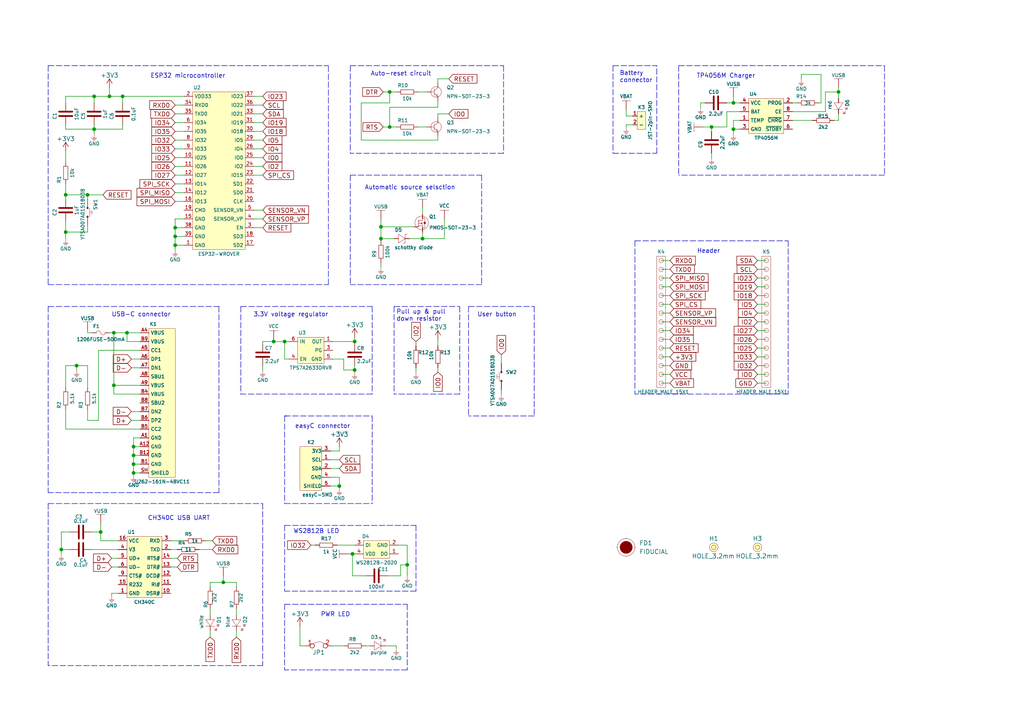
<source format=kicad_sch>
(kicad_sch (version 20210621) (generator eeschema)
  (paper "A4")
  (lib_symbols
    (symbol "e-radionica.com schematics:0402LED" (pin_numbers hide) (pin_names (offset 0.254) hide)
      (property "Reference" "D" (at -0.635 2.54 0))
      (property "Value" "0402LED" (at 0 -2.54 0))
      (symbol "0402LED_1_1"
        (pin passive line (at -1.905 0 0) (length 1.27) (name "A") (number "1"))
        (pin passive line (at 2.54 0 180) (length 1.27) (name "K") (number "2"))
      )
    )
    (symbol "e-radionica.com schematics:0402LED_1" (pin_numbers hide) (pin_names (offset 0.254) hide)
      (property "Reference" "D" (at -0.635 2.54 0))
      (property "Value" "0402LED" (at 0 -2.54 0))
      (symbol "0402LED_1_1_1"
        (pin passive line (at -1.905 0 0) (length 1.27) (name "A") (number "1"))
        (pin passive line (at 2.54 0 180) (length 1.27) (name "K") (number "2"))
      )
    )
    (symbol "e-radionica.com schematics:0402LED_3" (pin_numbers hide) (pin_names (offset 0.254) hide)
      (property "Reference" "D" (at -0.635 2.54 0))
      (property "Value" "0402LED" (at 0 -2.54 0))
      (symbol "0402LED_3_1_1"
        (pin passive line (at -1.905 0 0) (length 1.27) (name "A") (number "1"))
        (pin passive line (at 2.54 0 180) (length 1.27) (name "K") (number "2"))
      )
    )
    (symbol "e-radionica.com schematics:0402R" (pin_numbers hide) (pin_names (offset 0.254))
      (property "Reference" "R" (at -1.905 1.27 0))
      (property "Value" "0402R" (at 0 -1.27 0))
      (symbol "0402R_1_1"
        (pin passive line (at -3.175 0 0) (length 1.27) (name "~") (number "1"))
        (pin passive line (at 3.175 0 180) (length 1.27) (name "~") (number "2"))
      )
    )
    (symbol "e-radionica.com schematics:0402R_1" (pin_numbers hide) (pin_names (offset 0.254))
      (property "Reference" "R" (at -1.905 1.27 0))
      (property "Value" "0402R" (at 0 -1.27 0))
      (symbol "0402R_1_1_1"
        (pin passive line (at -3.175 0 0) (length 1.27) (name "~") (number "1"))
        (pin passive line (at 3.175 0 180) (length 1.27) (name "~") (number "2"))
      )
    )
    (symbol "e-radionica.com schematics:0402R_2" (pin_numbers hide) (pin_names (offset 0.254))
      (property "Reference" "R" (at -1.905 1.27 0))
      (property "Value" "0402R" (at 0 -1.27 0))
      (symbol "0402R_2_1_1"
        (pin passive line (at -3.175 0 0) (length 1.27) (name "~") (number "1"))
        (pin passive line (at 3.175 0 180) (length 1.27) (name "~") (number "2"))
      )
    )
    (symbol "e-radionica.com schematics:0603C" (pin_numbers hide) (pin_names (offset 0.002))
      (property "Reference" "C" (at -0.635 3.175 0))
      (property "Value" "0603C" (at 0 -3.175 0))
      (symbol "0603C_1_1"
        (pin passive line (at -3.175 0 0) (length 2.54) (name "~") (number "1"))
        (pin passive line (at 3.175 0 180) (length 2.54) (name "~") (number "2"))
      )
    )
    (symbol "e-radionica.com schematics:0603C_1" (pin_numbers hide) (pin_names (offset 0.002))
      (property "Reference" "C" (at -0.635 3.175 0))
      (property "Value" "0603C" (at 0 -3.175 0))
      (symbol "0603C_1_1_1"
        (pin passive line (at -3.175 0 0) (length 2.54) (name "~") (number "1"))
        (pin passive line (at 3.175 0 180) (length 2.54) (name "~") (number "2"))
      )
    )
    (symbol "e-radionica.com schematics:0603C_2" (pin_numbers hide) (pin_names (offset 0.002))
      (property "Reference" "C" (at -0.635 3.175 0))
      (property "Value" "0603C" (at 0 -3.175 0))
      (symbol "0603C_2_1_1"
        (pin passive line (at -3.175 0 0) (length 2.54) (name "~") (number "1"))
        (pin passive line (at 3.175 0 180) (length 2.54) (name "~") (number "2"))
      )
    )
    (symbol "e-radionica.com schematics:0603C_3" (pin_numbers hide) (pin_names (offset 0.002))
      (property "Reference" "C" (at -0.635 3.175 0))
      (property "Value" "0603C" (at 0 -3.175 0))
      (symbol "0603C_3_1_1"
        (pin passive line (at -3.175 0 0) (length 2.54) (name "~") (number "1"))
        (pin passive line (at 3.175 0 180) (length 2.54) (name "~") (number "2"))
      )
    )
    (symbol "e-radionica.com schematics:0603C_4" (pin_numbers hide) (pin_names (offset 0.002))
      (property "Reference" "C" (at -0.635 3.175 0))
      (property "Value" "0603C" (at 0 -3.175 0))
      (symbol "0603C_4_1_1"
        (pin passive line (at -3.175 0 0) (length 2.54) (name "~") (number "1"))
        (pin passive line (at 3.175 0 180) (length 2.54) (name "~") (number "2"))
      )
    )
    (symbol "e-radionica.com schematics:0603C_5" (pin_numbers hide) (pin_names (offset 0.002))
      (property "Reference" "C" (at -0.635 3.175 0))
      (property "Value" "0603C" (at 0 -3.175 0))
      (symbol "0603C_5_1_1"
        (pin passive line (at -3.175 0 0) (length 2.54) (name "~") (number "1"))
        (pin passive line (at 3.175 0 180) (length 2.54) (name "~") (number "2"))
      )
    )
    (symbol "e-radionica.com schematics:0603R" (pin_numbers hide) (pin_names (offset 0.254))
      (property "Reference" "R" (at -1.905 1.905 0))
      (property "Value" "0603R" (at 0 -1.905 0))
      (symbol "0603R_1_1"
        (pin passive line (at -3.175 0 0) (length 1.27) (name "~") (number "1"))
        (pin passive line (at 3.175 0 180) (length 1.27) (name "~") (number "2"))
      )
    )
    (symbol "e-radionica.com schematics:0603R_1" (pin_numbers hide) (pin_names (offset 0.254))
      (property "Reference" "R" (at -1.905 1.905 0))
      (property "Value" "0603R" (at 0 -1.905 0))
      (symbol "0603R_1_1_1"
        (pin passive line (at -3.175 0 0) (length 1.27) (name "~") (number "1"))
        (pin passive line (at 3.175 0 180) (length 1.27) (name "~") (number "2"))
      )
    )
    (symbol "e-radionica.com schematics:0603R_2" (pin_numbers hide) (pin_names (offset 0.254))
      (property "Reference" "R" (at -1.905 1.905 0))
      (property "Value" "0603R" (at 0 -1.905 0))
      (symbol "0603R_2_1_1"
        (pin passive line (at -3.175 0 0) (length 1.27) (name "~") (number "1"))
        (pin passive line (at 3.175 0 180) (length 1.27) (name "~") (number "2"))
      )
    )
    (symbol "e-radionica.com schematics:0603R_3" (pin_numbers hide) (pin_names (offset 0.254))
      (property "Reference" "R" (at -1.905 1.905 0))
      (property "Value" "0603R" (at 0 -1.905 0))
      (symbol "0603R_3_1_1"
        (pin passive line (at -3.175 0 0) (length 1.27) (name "~") (number "1"))
        (pin passive line (at 3.175 0 180) (length 1.27) (name "~") (number "2"))
      )
    )
    (symbol "e-radionica.com schematics:0603R_4" (pin_numbers hide) (pin_names (offset 0.254))
      (property "Reference" "R" (at -1.905 1.905 0))
      (property "Value" "0603R" (at 0 -1.905 0))
      (symbol "0603R_4_1_1"
        (pin passive line (at -3.175 0 0) (length 1.27) (name "~") (number "1"))
        (pin passive line (at 3.175 0 180) (length 1.27) (name "~") (number "2"))
      )
    )
    (symbol "e-radionica.com schematics:0603R_5" (pin_numbers hide) (pin_names (offset 0.254))
      (property "Reference" "R" (at -1.905 1.905 0))
      (property "Value" "0603R" (at 0 -1.905 0))
      (symbol "0603R_5_1_1"
        (pin passive line (at -3.175 0 0) (length 1.27) (name "~") (number "1"))
        (pin passive line (at 3.175 0 180) (length 1.27) (name "~") (number "2"))
      )
    )
    (symbol "e-radionica.com schematics:1206C" (pin_numbers hide)
      (property "Reference" "C" (at -0.635 3.175 0))
      (property "Value" "1206C" (at 0 -3.175 0))
      (symbol "1206C_1_1"
        (pin passive line (at -3.175 0 0) (length 2.54) (name "~") (number "1"))
        (pin passive line (at 3.175 0 180) (length 2.54) (name "~") (number "2"))
      )
    )
    (symbol "e-radionica.com schematics:1206FUSE" (pin_numbers hide) (pin_names hide)
      (property "Reference" "F" (at -1.27 1.905 0))
      (property "Value" "1206FUSE" (at 0 -1.905 0))
      (symbol "1206FUSE_1_1"
        (pin passive line (at -2.54 0 0) (length 1.27) (name "~") (number "1"))
        (pin passive line (at 2.54 0 180) (length 1.27) (name "~") (number "2"))
      )
    )
    (symbol "e-radionica.com schematics:BAT20J" (pin_numbers hide) (pin_names hide)
      (property "Reference" "D" (at 0 2.54 0))
      (property "Value" "BAT20J" (at 0 -2.54 0))
      (symbol "BAT20J_1_1"
        (pin passive line (at -1.905 0 0) (length 1.27) (name "A") (number "1"))
        (pin passive line (at 2.54 0 180) (length 1.27) (name "K") (number "2"))
      )
    )
    (symbol "e-radionica.com schematics:CH340C"
      (property "Reference" "U" (at -3.81 10.16 0))
      (property "Value" "CH340C" (at 0 -10.16 0))
      (symbol "CH340C_1_1"
        (pin passive line (at -7.62 -7.62 0) (length 2.54) (name "GND") (number "1"))
        (pin passive line (at 7.62 -7.62 180) (length 2.54) (name "DSR#") (number "10"))
        (pin passive line (at 7.62 -5.08 180) (length 2.54) (name "RI#") (number "11"))
        (pin passive line (at 7.62 -2.54 180) (length 2.54) (name "DCD#") (number "12"))
        (pin passive line (at 7.62 0 180) (length 2.54) (name "DTR#") (number "13"))
        (pin passive line (at 7.62 2.54 180) (length 2.54) (name "RTS#") (number "14"))
        (pin passive line (at -7.62 -5.08 0) (length 2.54) (name "R232") (number "15"))
        (pin passive line (at -7.62 7.62 0) (length 2.54) (name "VCC") (number "16"))
        (pin passive line (at 7.62 5.08 180) (length 2.54) (name "TXD") (number "2"))
        (pin passive line (at 7.62 7.62 180) (length 2.54) (name "RXD") (number "3"))
        (pin passive line (at -7.62 5.08 0) (length 2.54) (name "V3") (number "4"))
        (pin passive line (at -7.62 2.54 0) (length 2.54) (name "UD+") (number "5"))
        (pin passive line (at -7.62 0 0) (length 2.54) (name "UD-") (number "6"))
        (pin passive line (at -7.62 -2.54 0) (length 2.54) (name "CTS#") (number "9"))
      )
    )
    (symbol "e-radionica.com schematics:ESP32-WROVER"
      (property "Reference" "U" (at -6.35 25.4 0))
      (property "Value" "ESP32-WROVER" (at 0 -22.86 0))
      (symbol "ESP32-WROVER_1_1"
        (pin power_in line (at -10.16 -20.32 0) (length 2.54) (name "GND") (number "1"))
        (pin bidirectional line (at -10.16 5.08 0) (length 2.54) (name "IO25") (number "10"))
        (pin bidirectional line (at -10.16 2.54 0) (length 2.54) (name "IO26") (number "11"))
        (pin bidirectional line (at -10.16 0 0) (length 2.54) (name "IO27") (number "12"))
        (pin bidirectional line (at -10.16 -2.54 0) (length 2.54) (name "IO14") (number "13"))
        (pin bidirectional line (at -10.16 -5.08 0) (length 2.54) (name "IO12") (number "14"))
        (pin power_in line (at -10.16 -12.7 0) (length 2.54) (name "GND") (number "15"))
        (pin bidirectional line (at -10.16 -7.62 0) (length 2.54) (name "IO13") (number "16"))
        (pin bidirectional line (at 10.16 -20.32 180) (length 2.54) (name "SD2") (number "17"))
        (pin bidirectional line (at 10.16 -17.78 180) (length 2.54) (name "SD3") (number "18"))
        (pin bidirectional line (at -10.16 -10.16 0) (length 2.54) (name "CMD") (number "19"))
        (pin power_in line (at -10.16 22.86 0) (length 2.54) (name "VDD33") (number "2"))
        (pin bidirectional line (at 10.16 -7.62 180) (length 2.54) (name "CLK") (number "20"))
        (pin bidirectional line (at 10.16 -5.08 180) (length 2.54) (name "SD0") (number "21"))
        (pin bidirectional line (at 10.16 -2.54 180) (length 2.54) (name "SD1") (number "22"))
        (pin bidirectional line (at 10.16 0 180) (length 2.54) (name "IO15") (number "23"))
        (pin bidirectional line (at 10.16 2.54 180) (length 2.54) (name "IO2") (number "24"))
        (pin bidirectional line (at 10.16 5.08 180) (length 2.54) (name "IO0") (number "25"))
        (pin bidirectional line (at 10.16 7.62 180) (length 2.54) (name "IO4") (number "26"))
        (pin bidirectional line (at 10.16 10.16 180) (length 2.54) (name "IO5") (number "29"))
        (pin bidirectional line (at 10.16 -15.24 180) (length 2.54) (name "EN") (number "3"))
        (pin bidirectional line (at 10.16 12.7 180) (length 2.54) (name "IO18") (number "30"))
        (pin bidirectional line (at 10.16 15.24 180) (length 2.54) (name "IO19") (number "31"))
        (pin bidirectional line (at 10.16 17.78 180) (length 2.54) (name "IO21") (number "33"))
        (pin bidirectional line (at -10.16 20.32 0) (length 2.54) (name "RXD0") (number "34"))
        (pin bidirectional line (at -10.16 17.78 0) (length 2.54) (name "TXD0") (number "35"))
        (pin bidirectional line (at 10.16 20.32 180) (length 2.54) (name "IO22") (number "36"))
        (pin bidirectional line (at 10.16 22.86 180) (length 2.54) (name "IO23") (number "37"))
        (pin power_in line (at -10.16 -15.24 0) (length 2.54) (name "GND") (number "38"))
        (pin power_in line (at -10.16 -17.78 0) (length 2.54) (name "GND") (number "39"))
        (pin bidirectional line (at 10.16 -12.7 180) (length 2.54) (name "SENSOR_VP") (number "4"))
        (pin bidirectional line (at 10.16 -10.16 180) (length 2.54) (name "SENSOR_VN") (number "5"))
        (pin bidirectional line (at -10.16 15.24 0) (length 2.54) (name "IO34") (number "6"))
        (pin bidirectional line (at -10.16 12.7 0) (length 2.54) (name "IO35") (number "7"))
        (pin bidirectional line (at -10.16 10.16 0) (length 2.54) (name "IO32") (number "8"))
        (pin bidirectional line (at -10.16 7.62 0) (length 2.54) (name "IO33") (number "9"))
      )
    )
    (symbol "e-radionica.com schematics:FIDUCIAL" (in_bom no)
      (property "Reference" "FD" (at 0 3.81 0))
      (property "Value" "FIDUCIAL" (at 0 -3.81 0))
    )
    (symbol "e-radionica.com schematics:GND" (power) (pin_names (offset 0))
      (property "Value" "GND" (at 0 -2.921 0))
      (symbol "GND_1_1"
        (pin power_in line (at 0 0 270) (length 0) hide (name "GND") (number "1"))
      )
    )
    (symbol "e-radionica.com schematics:GND_1" (power) (pin_names (offset 0))
      (property "Value" "GND" (at 0 -2.921 0))
      (symbol "GND_1_1_1"
        (pin power_in line (at 0 0 270) (length 0) hide (name "GND") (number "1"))
      )
    )
    (symbol "e-radionica.com schematics:GND_2" (power) (pin_names (offset 0))
      (property "Value" "GND" (at 0 -2.921 0))
      (symbol "GND_2_1_1"
        (pin power_in line (at 0 0 270) (length 0) hide (name "GND") (number "1"))
      )
    )
    (symbol "e-radionica.com schematics:GND_3" (power) (pin_names (offset 0))
      (property "Value" "GND" (at 0 -2.921 0))
      (symbol "GND_3_1_1"
        (pin power_in line (at 0 0 270) (length 0) hide (name "GND") (number "1"))
      )
    )
    (symbol "e-radionica.com schematics:GND_4" (power) (pin_names (offset 0))
      (property "Value" "GND" (at 0 -2.921 0))
      (symbol "GND_4_1_1"
        (pin power_in line (at 0 0 270) (length 0) hide (name "GND") (number "1"))
      )
    )
    (symbol "e-radionica.com schematics:GND_5" (power) (pin_names (offset 0))
      (property "Value" "GND" (at 0 -2.921 0))
      (symbol "GND_5_1_1"
        (pin power_in line (at 0 0 270) (length 0) hide (name "GND") (number "1"))
      )
    )
    (symbol "e-radionica.com schematics:GND_6" (power) (pin_names (offset 0))
      (property "Value" "GND" (at 0 -2.921 0))
      (symbol "GND_6_1_1"
        (pin power_in line (at 0 0 270) (length 0) hide (name "GND") (number "1"))
      )
    )
    (symbol "e-radionica.com schematics:GND_7" (power) (pin_names (offset 0))
      (property "Value" "GND" (at 0 -2.921 0))
      (symbol "GND_7_1_1"
        (pin power_in line (at 0 0 270) (length 0) hide (name "GND") (number "1"))
      )
    )
    (symbol "e-radionica.com schematics:GND_8" (power) (pin_names (offset 0))
      (property "Value" "GND" (at 0 -2.921 0))
      (symbol "GND_8_1_1"
        (pin power_in line (at 0 0 270) (length 0) hide (name "GND") (number "1"))
      )
    )
    (symbol "e-radionica.com schematics:HEADER_MALE_15X1" (pin_numbers hide) (pin_names hide)
      (property "Reference" "K" (at -0.635 20.32 0))
      (property "Value" "HEADER_MALE_15X1" (at 1.27 -20.32 0))
      (symbol "HEADER_MALE_15X1_1_1"
        (pin passive line (at 0 -17.78 180) (length 0) (name "~") (number "1"))
        (pin passive line (at 0 5.08 180) (length 0) (name "~") (number "10"))
        (pin passive line (at 0 7.62 180) (length 0) (name "~") (number "11"))
        (pin passive line (at 0 10.16 180) (length 0) (name "~") (number "12"))
        (pin passive line (at 0 12.7 180) (length 0) (name "~") (number "13"))
        (pin passive line (at 0 15.24 180) (length 0) (name "~") (number "14"))
        (pin passive line (at 0 17.78 180) (length 0) (name "~") (number "15"))
        (pin passive line (at 0 -15.24 180) (length 0) (name "~") (number "2"))
        (pin passive line (at 0 -12.7 180) (length 0) (name "~") (number "3"))
        (pin passive line (at 0 -10.16 180) (length 0) (name "~") (number "4"))
        (pin passive line (at 0 -7.62 180) (length 0) (name "~") (number "5"))
        (pin passive line (at 0 -5.08 180) (length 0) (name "~") (number "6"))
        (pin passive line (at 0 -2.54 180) (length 0) (name "~") (number "7"))
        (pin passive line (at 0 0 180) (length 0) (name "~") (number "8"))
        (pin passive line (at 0 2.54 180) (length 0) (name "~") (number "9"))
      )
    )
    (symbol "e-radionica.com schematics:HOLE_3.2mm" (pin_numbers hide) (pin_names hide)
      (property "Reference" "H" (at 0 2.54 0))
      (property "Value" "HOLE_3.2mm" (at 0 -2.54 0))
    )
    (symbol "e-radionica.com schematics:JST-2pin-SMD"
      (property "Reference" "K" (at -1.27 5.08 0))
      (property "Value" "JST-2pin-SMD" (at 0 -2.54 0))
      (symbol "JST-2pin-SMD_1_1"
        (pin passive line (at 1.27 0 180) (length 1.27) (name "+") (number "1"))
        (pin passive line (at 1.27 2.54 180) (length 1.27) (name "-") (number "2"))
      )
    )
    (symbol "e-radionica.com schematics:NPN-SOT-23-3" (pin_numbers hide) (pin_names hide)
      (property "Reference" "Q" (at -2.286 2.921 0))
      (property "Value" "NPN-SOT-23-3" (at 0 -3.81 0))
      (symbol "NPN-SOT-23-3_1_1"
        (pin passive line (at -3.175 0 0) (length 1.27) (name "B") (number "1"))
        (pin passive line (at 0 -2.54 90) (length 1.27) (name "E") (number "2"))
        (pin passive line (at 0 2.54 270) (length 1.27) (name "C") (number "3"))
      )
    )
    (symbol "e-radionica.com schematics:PMOS-SOT-23-3" (pin_numbers hide) (pin_names hide)
      (property "Reference" "Q" (at -0.762 3.302 0))
      (property "Value" "PMOS-SOT-23-3" (at 0.381 -4.064 0))
      (symbol "PMOS-SOT-23-3_1_1"
        (pin passive line (at -1.27 -1.016 0) (length 1.27) (name "G") (number "1"))
        (pin passive line (at 1.27 -2.54 90) (length 1.27) (name "S") (number "2"))
        (pin passive line (at 1.27 2.54 270) (length 1.27) (name "D") (number "3"))
      )
    )
    (symbol "e-radionica.com schematics:SMD-JUMPER-CONNECTED_TRACE_SLODERMASK"
      (property "Reference" "JP" (at 0 3.556 0))
      (property "Value" "SMD-JUMPER-CONNECTED_TRACE_SLODERMASK" (at 0 -2.54 0))
      (symbol "SMD-JUMPER-CONNECTED_TRACE_SLODERMASK_1_1"
        (pin passive inverted (at -4.064 0 0) (length 2.54) (name "") (number "1"))
        (pin passive inverted (at 3.556 0 180) (length 2.54) (name "") (number "2"))
      )
    )
    (symbol "e-radionica.com schematics:TP4056M"
      (property "Reference" "U" (at -3.81 5.08 0))
      (property "Value" "TP4056M" (at 0 -7.62 0))
      (symbol "TP4056M_1_1"
        (pin passive line (at -7.62 -2.54 0) (length 2.54) (name "TEMP") (number "1"))
        (pin passive line (at 7.62 2.54 180) (length 2.54) (name "PROG") (number "2"))
        (pin passive line (at -7.62 -5.08 0) (length 2.54) (name "GND") (number "3"))
        (pin passive line (at -7.62 2.54 0) (length 2.54) (name "VCC") (number "4"))
        (pin passive line (at -7.62 0 0) (length 2.54) (name "BAT") (number "5"))
        (pin passive line (at 7.62 -5.08 180) (length 2.54) (name "~{STDBY}") (number "6"))
        (pin passive line (at 7.62 -2.54 180) (length 2.54) (name "~{CHRG}") (number "7"))
        (pin passive line (at 7.62 0 180) (length 2.54) (name "CE") (number "8"))
      )
    )
    (symbol "e-radionica.com schematics:TPS7A2633DRVR"
      (property "Reference" "U" (at -3.175 5.08 0))
      (property "Value" "TPS7A2633DRVR" (at 0 -5.08 0))
      (symbol "TPS7A2633DRVR_1_1"
        (pin passive line (at 6.35 2.54 180) (length 2.54) (name "OUT") (number "1"))
        (pin passive line (at 6.35 0 180) (length 2.54) (name "PG") (number "3"))
        (pin passive line (at -6.35 -2.54 0) (length 2.54) (name "EN") (number "4"))
        (pin passive line (at 6.35 -2.54 180) (length 2.54) (name "GND") (number "5"))
        (pin passive line (at -6.35 2.54 0) (length 2.54) (name "IN") (number "6"))
      )
    )
    (symbol "e-radionica.com schematics:U262-161N-4BVC11"
      (property "Reference" "K" (at 0 22.86 0))
      (property "Value" "U262-161N-4BVC11" (at 2.54 -22.86 0))
      (symbol "U262-161N-4BVC11_1_1"
        (pin passive line (at -3.81 -10.16 0) (length 2.54) (name "GND") (number "A1"))
        (pin passive line (at -3.81 -12.7 0) (length 2.54) (name "GND") (number "A12"))
        (pin passive line (at -3.81 20.32 0) (length 2.54) (name "VBUS") (number "A4"))
        (pin passive line (at -3.81 15.24 0) (length 2.54) (name "CC1") (number "A5"))
        (pin passive line (at -3.81 12.7 0) (length 2.54) (name "DP1") (number "A6"))
        (pin passive line (at -3.81 10.16 0) (length 2.54) (name "DN1") (number "A7"))
        (pin passive line (at -3.81 7.62 0) (length 2.54) (name "SBU1") (number "A8"))
        (pin passive line (at -3.81 5.08 0) (length 2.54) (name "VBUS") (number "A9"))
        (pin passive line (at -3.81 -17.78 0) (length 2.54) (name "GND") (number "B1"))
        (pin passive line (at -3.81 -15.24 0) (length 2.54) (name "GND") (number "B12"))
        (pin passive line (at -3.81 2.54 0) (length 2.54) (name "VBUS") (number "B4"))
        (pin passive line (at -3.81 -7.62 0) (length 2.54) (name "CC2") (number "B5"))
        (pin passive line (at -3.81 -5.08 0) (length 2.54) (name "DP2") (number "B6"))
        (pin passive line (at -3.81 -2.54 0) (length 2.54) (name "DN2") (number "B7"))
        (pin passive line (at -3.81 0 0) (length 2.54) (name "SBU2") (number "B8"))
        (pin passive line (at -3.81 17.78 0) (length 2.54) (name "VBUS") (number "B9"))
        (pin passive line (at -3.81 -20.32 0) (length 2.54) (name "SHIELD") (number "SH"))
      )
    )
    (symbol "e-radionica.com schematics:VBAT" (power) (pin_names (offset 0))
      (property "Value" "VBAT" (at 0 3.556 0))
      (symbol "VBAT_1_1"
        (pin power_in line (at 0 0 90) (length 0) hide (name "VBAT") (number "1"))
      )
    )
    (symbol "e-radionica.com schematics:VCC" (power) (pin_names (offset 0))
      (property "Value" "VCC" (at 0 3.556 0))
      (symbol "VCC_1_1"
        (pin power_in line (at 0 0 90) (length 0) hide (name "VCC") (number "1"))
      )
    )
    (symbol "e-radionica.com schematics:VUSB" (power) (pin_names (offset 0))
      (property "Value" "VUSB" (at 0 3.556 0))
      (symbol "VUSB_1_1"
        (pin power_in line (at 0 0 90) (length 0) hide (name "VUSB") (number "1"))
      )
    )
    (symbol "e-radionica.com schematics:VUSB_1" (power) (pin_names (offset 0))
      (property "Value" "VUSB" (at 0 3.556 0))
      (symbol "VUSB_1_1_1"
        (pin power_in line (at 0 0 90) (length 0) hide (name "VUSB") (number "1"))
      )
    )
    (symbol "e-radionica.com schematics:VUSB_2" (power) (pin_names (offset 0))
      (property "Value" "VUSB" (at 0 3.556 0))
      (symbol "VUSB_2_1_1"
        (pin power_in line (at 0 0 90) (length 0) hide (name "VUSB") (number "1"))
      )
    )
    (symbol "e-radionica.com schematics:VUSB_3" (power) (pin_names (offset 0))
      (property "Value" "VUSB" (at 0 3.556 0))
      (symbol "VUSB_3_1_1"
        (pin power_in line (at 0 0 90) (length 0) hide (name "VUSB") (number "1"))
      )
    )
    (symbol "e-radionica.com schematics:VUSB_4" (power) (pin_names (offset 0))
      (property "Value" "VUSB" (at 0 3.556 0))
      (symbol "VUSB_4_1_1"
        (pin power_in line (at 0 0 90) (length 0) hide (name "VUSB") (number "1"))
      )
    )
    (symbol "e-radionica.com schematics:WS2812B-2020"
      (property "Reference" "D" (at -2.54 3.81 0))
      (property "Value" "WS2812B-2020" (at 0 -3.81 0))
      (symbol "WS2812B-2020_1_1"
        (pin passive line (at 6.35 -1.27 180) (length 2.54) (name "DO") (number "1"))
        (pin passive line (at 6.35 1.27 180) (length 2.54) (name "GND") (number "2"))
        (pin passive line (at -6.35 1.27 0) (length 2.54) (name "DI") (number "3"))
        (pin passive line (at -6.35 -1.27 0) (length 2.54) (name "VDD") (number "4"))
      )
    )
    (symbol "e-radionica.com schematics:YTSA007A0151803B" (pin_numbers hide) (pin_names hide)
      (property "Reference" "SW" (at -1.016 2.286 0))
      (property "Value" "YTSA007A0151803B" (at 1.778 -2.032 0))
      (symbol "YTSA007A0151803B_1_1"
        (pin passive line (at -2.54 0 0) (length 2.54) (name "~") (number "1"))
        (pin passive line (at 5.08 0 180) (length 2.54) (name "~") (number "2"))
      )
    )
    (symbol "e-radionica.com schematics:easyC-SMD" (pin_names (offset 0.002))
      (property "Reference" "K" (at -2.54 10.16 0))
      (property "Value" "easyC-SMD" (at 0 -5.08 0))
      (symbol "easyC-SMD_1_1"
        (pin passive line (at 5.715 5.08 180) (length 2.54) (name "SCL") (number "1"))
        (pin passive line (at 5.715 2.54 180) (length 2.54) (name "SDA") (number "2"))
        (pin passive line (at 5.715 7.62 180) (length 2.54) (name "3V3") (number "3"))
        (pin passive line (at 5.715 0 180) (length 2.54) (name "GND") (number "4"))
        (pin passive line (at 5.715 -2.54 180) (length 2.54) (name "SHIELD") (number "5"))
      )
    )
    (symbol "power:+3V3" (power) (pin_names (offset 0))
      (property "Value" "+3V3" (at 0 3.556 0))
      (symbol "+3V3_1_1"
        (pin power_in line (at 0 0 90) (length 0) hide (name "+3V3") (number "1"))
      )
    )
  )
  (junction (at 17.78 159.385) (diameter 0.9144))
  (junction (at 19.05 56.515) (diameter 0.9144))
  (junction (at 19.05 67.31) (diameter 0.9144))
  (junction (at 22.225 106.045) (diameter 0.9144))
  (junction (at 25.4 56.515) (diameter 0.9144))
  (junction (at 27.305 27.94) (diameter 0.9144))
  (junction (at 27.305 37.465) (diameter 0.9144))
  (junction (at 29.21 154.305) (diameter 0.9144))
  (junction (at 31.75 27.94) (diameter 0.9144))
  (junction (at 33.02 96.52) (diameter 0.9144))
  (junction (at 33.02 111.76) (diameter 0.9144))
  (junction (at 35.56 27.94) (diameter 0.9144))
  (junction (at 36.83 96.52) (diameter 0.9144))
  (junction (at 38.735 129.54) (diameter 0.9144))
  (junction (at 38.735 132.08) (diameter 0.9144))
  (junction (at 38.735 134.62) (diameter 0.9144))
  (junction (at 38.735 137.16) (diameter 0.9144))
  (junction (at 50.8 66.04) (diameter 0.9144))
  (junction (at 50.8 68.58) (diameter 0.9144))
  (junction (at 50.8 71.12) (diameter 0.9144))
  (junction (at 64.77 168.91) (diameter 0.9144))
  (junction (at 79.375 99.06) (diameter 0.9144))
  (junction (at 82.55 99.06) (diameter 0.9144))
  (junction (at 98.425 140.97) (diameter 0.9144))
  (junction (at 102.235 160.655) (diameter 0.9144))
  (junction (at 102.87 99.06) (diameter 0.9144))
  (junction (at 102.87 107.315) (diameter 0.9144))
  (junction (at 110.49 65.786) (diameter 0.9144))
  (junction (at 110.49 69.215) (diameter 0.9144))
  (junction (at 113.03 26.67) (diameter 0.9144))
  (junction (at 113.03 36.83) (diameter 0.9144))
  (junction (at 118.11 163.83) (diameter 0.9144))
  (junction (at 122.555 69.215) (diameter 0.9144))
  (junction (at 206.375 36.83) (diameter 0.9144))
  (junction (at 212.725 29.845) (diameter 0.9144))
  (junction (at 212.725 37.465) (diameter 0.9144))
  (junction (at 243.205 26.67) (diameter 0.9144))
  (wire (pts (xy 17.78 154.305) (xy 17.78 159.385)))
  (wire (pts (xy 17.78 159.385) (xy 17.78 160.655)))
  (wire (pts (xy 19.05 27.94) (xy 27.305 27.94)))
  (wire (pts (xy 19.05 29.845) (xy 19.05 27.94)))
  (wire (pts (xy 19.05 36.195) (xy 19.05 37.465)))
  (wire (pts (xy 19.05 37.465) (xy 27.305 37.465)))
  (wire (pts (xy 19.05 43.815) (xy 19.05 46.99)))
  (wire (pts (xy 19.05 53.34) (xy 19.05 56.515)))
  (wire (pts (xy 19.05 56.515) (xy 19.05 57.785)))
  (wire (pts (xy 19.05 56.515) (xy 25.4 56.515)))
  (wire (pts (xy 19.05 64.135) (xy 19.05 67.31)))
  (wire (pts (xy 19.05 67.31) (xy 19.05 69.215)))
  (wire (pts (xy 19.05 67.31) (xy 25.4 67.31)))
  (wire (pts (xy 19.05 106.045) (xy 19.05 112.395)))
  (wire (pts (xy 19.05 106.045) (xy 22.225 106.045)))
  (wire (pts (xy 19.05 118.745) (xy 19.05 124.46)))
  (wire (pts (xy 20.32 154.305) (xy 17.78 154.305)))
  (wire (pts (xy 20.32 159.385) (xy 17.78 159.385)))
  (wire (pts (xy 22.225 106.045) (xy 22.225 107.315)))
  (wire (pts (xy 22.225 106.045) (xy 25.4 106.045)))
  (wire (pts (xy 25.4 56.515) (xy 25.4 57.785)))
  (wire (pts (xy 25.4 56.515) (xy 29.845 56.515)))
  (wire (pts (xy 25.4 65.405) (xy 25.4 67.31)))
  (wire (pts (xy 25.4 96.52) (xy 25.4 95.885)))
  (wire (pts (xy 25.4 106.045) (xy 25.4 112.395)))
  (wire (pts (xy 25.4 118.745) (xy 25.4 121.92)))
  (wire (pts (xy 25.4 121.92) (xy 28.575 121.92)))
  (wire (pts (xy 26.67 96.52) (xy 25.4 96.52)))
  (wire (pts (xy 26.67 154.305) (xy 29.21 154.305)))
  (wire (pts (xy 26.67 159.385) (xy 34.29 159.385)))
  (wire (pts (xy 27.305 27.94) (xy 27.305 29.845)))
  (wire (pts (xy 27.305 27.94) (xy 31.75 27.94)))
  (wire (pts (xy 27.305 36.195) (xy 27.305 37.465)))
  (wire (pts (xy 27.305 37.465) (xy 27.305 38.735)))
  (wire (pts (xy 27.305 37.465) (xy 35.56 37.465)))
  (wire (pts (xy 28.575 101.6) (xy 40.64 101.6)))
  (wire (pts (xy 28.575 121.92) (xy 28.575 101.6)))
  (wire (pts (xy 29.21 154.305) (xy 29.21 151.765)))
  (wire (pts (xy 29.21 156.845) (xy 29.21 154.305)))
  (wire (pts (xy 31.75 25.4) (xy 31.75 27.94)))
  (wire (pts (xy 31.75 27.94) (xy 35.56 27.94)))
  (wire (pts (xy 31.75 96.52) (xy 33.02 96.52)))
  (wire (pts (xy 32.385 161.925) (xy 34.29 161.925)))
  (wire (pts (xy 32.385 164.465) (xy 34.29 164.465)))
  (wire (pts (xy 32.385 172.085) (xy 32.385 172.72)))
  (wire (pts (xy 33.02 96.52) (xy 36.83 96.52)))
  (wire (pts (xy 33.02 111.76) (xy 33.02 96.52)))
  (wire (pts (xy 33.02 111.76) (xy 33.02 114.3)))
  (wire (pts (xy 33.02 111.76) (xy 40.64 111.76)))
  (wire (pts (xy 34.29 156.845) (xy 29.21 156.845)))
  (wire (pts (xy 34.29 172.085) (xy 32.385 172.085)))
  (wire (pts (xy 35.56 27.94) (xy 35.56 29.845)))
  (wire (pts (xy 35.56 27.94) (xy 53.34 27.94)))
  (wire (pts (xy 35.56 36.195) (xy 35.56 37.465)))
  (wire (pts (xy 36.83 96.52) (xy 40.64 96.52)))
  (wire (pts (xy 36.83 99.06) (xy 36.83 96.52)))
  (wire (pts (xy 38.1 104.14) (xy 40.64 104.14)))
  (wire (pts (xy 38.1 106.68) (xy 40.64 106.68)))
  (wire (pts (xy 38.1 119.38) (xy 40.64 119.38)))
  (wire (pts (xy 38.1 121.92) (xy 40.64 121.92)))
  (wire (pts (xy 38.735 127) (xy 38.735 129.54)))
  (wire (pts (xy 38.735 129.54) (xy 38.735 132.08)))
  (wire (pts (xy 38.735 129.54) (xy 40.64 129.54)))
  (wire (pts (xy 38.735 132.08) (xy 38.735 134.62)))
  (wire (pts (xy 38.735 132.08) (xy 40.64 132.08)))
  (wire (pts (xy 38.735 134.62) (xy 38.735 137.16)))
  (wire (pts (xy 38.735 134.62) (xy 40.64 134.62)))
  (wire (pts (xy 38.735 137.16) (xy 38.735 137.795)))
  (wire (pts (xy 40.64 99.06) (xy 36.83 99.06)))
  (wire (pts (xy 40.64 114.3) (xy 33.02 114.3)))
  (wire (pts (xy 40.64 124.46) (xy 19.05 124.46)))
  (wire (pts (xy 40.64 127) (xy 38.735 127)))
  (wire (pts (xy 40.64 137.16) (xy 38.735 137.16)))
  (wire (pts (xy 49.53 156.845) (xy 53.34 156.845)))
  (wire (pts (xy 49.53 159.385) (xy 51.435 159.385)))
  (wire (pts (xy 49.53 161.925) (xy 51.435 161.925)))
  (wire (pts (xy 49.53 164.465) (xy 51.435 164.465)))
  (wire (pts (xy 50.8 30.48) (xy 53.34 30.48)))
  (wire (pts (xy 50.8 33.02) (xy 53.34 33.02)))
  (wire (pts (xy 50.8 35.56) (xy 53.34 35.56)))
  (wire (pts (xy 50.8 38.1) (xy 53.34 38.1)))
  (wire (pts (xy 50.8 40.64) (xy 53.34 40.64)))
  (wire (pts (xy 50.8 43.18) (xy 53.34 43.18)))
  (wire (pts (xy 50.8 45.72) (xy 53.34 45.72)))
  (wire (pts (xy 50.8 48.26) (xy 53.34 48.26)))
  (wire (pts (xy 50.8 50.8) (xy 53.34 50.8)))
  (wire (pts (xy 50.8 53.34) (xy 53.34 53.34)))
  (wire (pts (xy 50.8 55.88) (xy 53.34 55.88)))
  (wire (pts (xy 50.8 58.42) (xy 53.34 58.42)))
  (wire (pts (xy 50.8 63.5) (xy 53.34 63.5)))
  (wire (pts (xy 50.8 66.04) (xy 50.8 63.5)))
  (wire (pts (xy 50.8 66.04) (xy 53.34 66.04)))
  (wire (pts (xy 50.8 68.58) (xy 50.8 66.04)))
  (wire (pts (xy 50.8 68.58) (xy 53.34 68.58)))
  (wire (pts (xy 50.8 71.12) (xy 50.8 68.58)))
  (wire (pts (xy 50.8 71.12) (xy 53.34 71.12)))
  (wire (pts (xy 50.8 72.39) (xy 50.8 71.12)))
  (wire (pts (xy 57.785 159.385) (xy 61.595 159.385)))
  (wire (pts (xy 59.69 156.845) (xy 61.595 156.845)))
  (wire (pts (xy 60.96 168.91) (xy 64.77 168.91)))
  (wire (pts (xy 60.96 170.18) (xy 60.96 168.91)))
  (wire (pts (xy 60.96 176.53) (xy 60.96 178.435)))
  (wire (pts (xy 60.96 182.88) (xy 60.96 184.785)))
  (wire (pts (xy 64.77 167.005) (xy 64.77 168.91)))
  (wire (pts (xy 68.58 168.91) (xy 64.77 168.91)))
  (wire (pts (xy 68.58 170.18) (xy 68.58 168.91)))
  (wire (pts (xy 68.58 176.53) (xy 68.58 178.435)))
  (wire (pts (xy 68.58 182.88) (xy 68.58 184.785)))
  (wire (pts (xy 73.66 27.94) (xy 76.2 27.94)))
  (wire (pts (xy 73.66 30.48) (xy 76.2 30.48)))
  (wire (pts (xy 73.66 33.02) (xy 76.2 33.02)))
  (wire (pts (xy 73.66 35.56) (xy 76.2 35.56)))
  (wire (pts (xy 73.66 38.1) (xy 76.2 38.1)))
  (wire (pts (xy 73.66 40.64) (xy 76.2 40.64)))
  (wire (pts (xy 73.66 43.18) (xy 76.2 43.18)))
  (wire (pts (xy 73.66 45.72) (xy 76.2 45.72)))
  (wire (pts (xy 73.66 48.26) (xy 76.2 48.26)))
  (wire (pts (xy 73.66 50.8) (xy 76.2 50.8)))
  (wire (pts (xy 73.66 60.96) (xy 76.2 60.96)))
  (wire (pts (xy 73.66 63.5) (xy 76.2 63.5)))
  (wire (pts (xy 73.66 66.04) (xy 76.2 66.04)))
  (wire (pts (xy 76.2 99.06) (xy 79.375 99.06)))
  (wire (pts (xy 76.2 99.695) (xy 76.2 99.06)))
  (wire (pts (xy 76.2 106.045) (xy 76.2 107.315)))
  (wire (pts (xy 79.375 99.06) (xy 79.375 98.425)))
  (wire (pts (xy 82.55 99.06) (xy 79.375 99.06)))
  (wire (pts (xy 82.55 104.14) (xy 82.55 99.06)))
  (wire (pts (xy 83.82 99.06) (xy 82.55 99.06)))
  (wire (pts (xy 83.82 104.14) (xy 82.55 104.14)))
  (wire (pts (xy 86.995 187.325) (xy 86.995 181.61)))
  (wire (pts (xy 88.646 187.325) (xy 86.995 187.325)))
  (wire (pts (xy 90.17 158.115) (xy 91.44 158.115)))
  (wire (pts (xy 95.885 130.81) (xy 98.425 130.81)))
  (wire (pts (xy 95.885 133.35) (xy 98.425 133.35)))
  (wire (pts (xy 95.885 135.89) (xy 98.425 135.89)))
  (wire (pts (xy 95.885 138.43) (xy 98.425 138.43)))
  (wire (pts (xy 95.885 140.97) (xy 98.425 140.97)))
  (wire (pts (xy 96.266 187.325) (xy 99.695 187.325)))
  (wire (pts (xy 96.52 99.06) (xy 102.87 99.06)))
  (wire (pts (xy 96.52 104.14) (xy 99.695 104.14)))
  (wire (pts (xy 97.79 158.115) (xy 102.87 158.115)))
  (wire (pts (xy 98.425 130.81) (xy 98.425 129.54)))
  (wire (pts (xy 98.425 138.43) (xy 98.425 140.97)))
  (wire (pts (xy 98.425 140.97) (xy 98.425 141.605)))
  (wire (pts (xy 99.695 104.14) (xy 99.695 107.315)))
  (wire (pts (xy 99.695 107.315) (xy 102.87 107.315)))
  (wire (pts (xy 100.965 160.655) (xy 102.235 160.655)))
  (wire (pts (xy 102.235 160.655) (xy 102.87 160.655)))
  (wire (pts (xy 102.235 167.005) (xy 102.235 160.655)))
  (wire (pts (xy 102.87 97.79) (xy 102.87 99.06)))
  (wire (pts (xy 102.87 99.06) (xy 102.87 99.695)))
  (wire (pts (xy 102.87 106.045) (xy 102.87 107.315)))
  (wire (pts (xy 102.87 107.315) (xy 102.87 107.95)))
  (wire (pts (xy 104.775 29.845) (xy 113.03 29.845)))
  (wire (pts (xy 104.775 40.64) (xy 104.775 29.845)))
  (wire (pts (xy 106.045 167.005) (xy 102.235 167.005)))
  (wire (pts (xy 106.045 187.325) (xy 107.315 187.325)))
  (wire (pts (xy 110.49 63.5) (xy 110.49 65.786)))
  (wire (pts (xy 110.49 65.786) (xy 110.49 69.215)))
  (wire (pts (xy 110.49 65.786) (xy 120.015 65.786)))
  (wire (pts (xy 110.49 69.215) (xy 110.49 69.85)))
  (wire (pts (xy 110.49 69.215) (xy 114.3 69.215)))
  (wire (pts (xy 110.49 76.2) (xy 110.49 77.47)))
  (wire (pts (xy 111.125 26.67) (xy 113.03 26.67)))
  (wire (pts (xy 111.125 36.83) (xy 113.03 36.83)))
  (wire (pts (xy 111.76 187.325) (xy 114.935 187.325)))
  (wire (pts (xy 112.395 167.005) (xy 116.205 167.005)))
  (wire (pts (xy 113.03 26.67) (xy 114.935 26.67)))
  (wire (pts (xy 113.03 29.845) (xy 113.03 26.67)))
  (wire (pts (xy 113.03 31.115) (xy 113.03 36.83)))
  (wire (pts (xy 113.03 36.83) (xy 114.935 36.83)))
  (wire (pts (xy 114.935 187.325) (xy 114.935 187.96)))
  (wire (pts (xy 115.57 158.115) (xy 118.11 158.115)))
  (wire (pts (xy 116.205 163.83) (xy 118.11 163.83)))
  (wire (pts (xy 116.205 167.005) (xy 116.205 163.83)))
  (wire (pts (xy 118.11 158.115) (xy 118.11 163.83)))
  (wire (pts (xy 118.11 163.83) (xy 118.11 167.005)))
  (wire (pts (xy 118.745 69.215) (xy 122.555 69.215)))
  (wire (pts (xy 120.65 99.06) (xy 120.65 100.33)))
  (wire (pts (xy 120.65 106.68) (xy 120.65 107.95)))
  (wire (pts (xy 121.285 26.67) (xy 123.825 26.67)))
  (wire (pts (xy 121.285 36.83) (xy 123.825 36.83)))
  (wire (pts (xy 122.555 60.325) (xy 122.555 62.23)))
  (wire (pts (xy 122.555 69.215) (xy 122.555 67.31)))
  (wire (pts (xy 122.555 69.215) (xy 128.905 69.215)))
  (wire (pts (xy 127 22.86) (xy 130.175 22.86)))
  (wire (pts (xy 127 24.13) (xy 127 22.86)))
  (wire (pts (xy 127 29.21) (xy 127 31.115)))
  (wire (pts (xy 127 31.115) (xy 113.03 31.115)))
  (wire (pts (xy 127 33.02) (xy 130.175 33.02)))
  (wire (pts (xy 127 34.29) (xy 127 33.02)))
  (wire (pts (xy 127 39.37) (xy 127 40.64)))
  (wire (pts (xy 127 40.64) (xy 104.775 40.64)))
  (wire (pts (xy 127 98.425) (xy 127 100.33)))
  (wire (pts (xy 127 106.68) (xy 127 107.95)))
  (wire (pts (xy 128.905 63.5) (xy 128.905 69.215)))
  (wire (pts (xy 145.415 102.87) (xy 145.415 105.41)))
  (wire (pts (xy 145.415 113.03) (xy 145.415 114.3)))
  (wire (pts (xy 181.61 33.655) (xy 181.61 31.75)))
  (wire (pts (xy 181.61 36.195) (xy 181.61 36.83)))
  (wire (pts (xy 183.515 33.655) (xy 181.61 33.655)))
  (wire (pts (xy 183.515 36.195) (xy 181.61 36.195)))
  (wire (pts (xy 191.77 75.565) (xy 194.31 75.565)))
  (wire (pts (xy 191.77 78.105) (xy 194.31 78.105)))
  (wire (pts (xy 191.77 80.645) (xy 194.31 80.645)))
  (wire (pts (xy 191.77 83.185) (xy 194.31 83.185)))
  (wire (pts (xy 191.77 85.725) (xy 194.31 85.725)))
  (wire (pts (xy 191.77 88.265) (xy 194.31 88.265)))
  (wire (pts (xy 191.77 90.805) (xy 194.31 90.805)))
  (wire (pts (xy 191.77 93.345) (xy 194.31 93.345)))
  (wire (pts (xy 191.77 95.885) (xy 194.31 95.885)))
  (wire (pts (xy 191.77 98.425) (xy 194.31 98.425)))
  (wire (pts (xy 191.77 100.965) (xy 194.31 100.965)))
  (wire (pts (xy 191.77 103.505) (xy 194.31 103.505)))
  (wire (pts (xy 191.77 106.045) (xy 194.31 106.045)))
  (wire (pts (xy 191.77 108.585) (xy 194.31 108.585)))
  (wire (pts (xy 191.77 111.125) (xy 194.31 111.125)))
  (wire (pts (xy 203.2 29.845) (xy 203.2 31.115)))
  (wire (pts (xy 203.835 36.83) (xy 206.375 36.83)))
  (wire (pts (xy 204.47 29.845) (xy 203.2 29.845)))
  (wire (pts (xy 206.375 36.83) (xy 206.375 38.1)))
  (wire (pts (xy 206.375 36.83) (xy 210.82 36.83)))
  (wire (pts (xy 206.375 44.45) (xy 206.375 45.72)))
  (wire (pts (xy 210.82 29.845) (xy 212.725 29.845)))
  (wire (pts (xy 210.82 32.385) (xy 210.82 36.83)))
  (wire (pts (xy 212.725 29.845) (xy 212.725 27.94)))
  (wire (pts (xy 212.725 34.925) (xy 212.725 37.465)))
  (wire (pts (xy 212.725 37.465) (xy 212.725 38.735)))
  (wire (pts (xy 214.63 29.845) (xy 212.725 29.845)))
  (wire (pts (xy 214.63 32.385) (xy 210.82 32.385)))
  (wire (pts (xy 214.63 34.925) (xy 212.725 34.925)))
  (wire (pts (xy 214.63 37.465) (xy 212.725 37.465)))
  (wire (pts (xy 219.71 75.565) (xy 222.25 75.565)))
  (wire (pts (xy 219.71 78.105) (xy 222.25 78.105)))
  (wire (pts (xy 219.71 80.645) (xy 222.25 80.645)))
  (wire (pts (xy 219.71 83.185) (xy 222.25 83.185)))
  (wire (pts (xy 219.71 85.725) (xy 222.25 85.725)))
  (wire (pts (xy 219.71 88.265) (xy 222.25 88.265)))
  (wire (pts (xy 219.71 90.805) (xy 222.25 90.805)))
  (wire (pts (xy 219.71 93.345) (xy 222.25 93.345)))
  (wire (pts (xy 219.71 95.885) (xy 222.25 95.885)))
  (wire (pts (xy 219.71 98.425) (xy 222.25 98.425)))
  (wire (pts (xy 219.71 100.965) (xy 222.25 100.965)))
  (wire (pts (xy 219.71 103.505) (xy 222.25 103.505)))
  (wire (pts (xy 219.71 106.045) (xy 222.25 106.045)))
  (wire (pts (xy 219.71 108.585) (xy 222.25 108.585)))
  (wire (pts (xy 219.71 111.125) (xy 222.25 111.125)))
  (wire (pts (xy 229.87 29.845) (xy 231.14 29.845)))
  (wire (pts (xy 229.87 32.385) (xy 239.395 32.385)))
  (wire (pts (xy 229.87 34.925) (xy 235.585 34.925)))
  (wire (pts (xy 232.41 21.59) (xy 232.41 22.86)))
  (wire (pts (xy 237.49 29.845) (xy 238.125 29.845)))
  (wire (pts (xy 238.125 21.59) (xy 232.41 21.59)))
  (wire (pts (xy 238.125 29.845) (xy 238.125 21.59)))
  (wire (pts (xy 239.395 26.67) (xy 243.205 26.67)))
  (wire (pts (xy 239.395 32.385) (xy 239.395 26.67)))
  (wire (pts (xy 241.935 34.925) (xy 243.205 34.925)))
  (wire (pts (xy 243.205 25.4) (xy 243.205 26.67)))
  (wire (pts (xy 243.205 26.67) (xy 243.205 28.575)))
  (wire (pts (xy 243.205 34.925) (xy 243.205 33.02)))
  (polyline (pts (xy 13.97 19.05) (xy 13.97 82.55)) (stroke (width 0) (type dash)))
  (polyline (pts (xy 13.97 19.05) (xy 95.25 19.05)) (stroke (width 0) (type dash)))
  (polyline (pts (xy 13.97 82.55) (xy 95.25 82.55)) (stroke (width 0) (type dash)))
  (polyline (pts (xy 13.97 88.9) (xy 13.97 142.875)) (stroke (width 0) (type dash)))
  (polyline (pts (xy 13.97 88.9) (xy 63.5 88.9)) (stroke (width 0) (type dash)))
  (polyline (pts (xy 13.97 146.05) (xy 13.97 193.04)) (stroke (width 0) (type dash)))
  (polyline (pts (xy 13.97 146.05) (xy 76.2 146.05)) (stroke (width 0) (type dash)))
  (polyline (pts (xy 63.5 88.9) (xy 63.5 142.875)) (stroke (width 0) (type dash)))
  (polyline (pts (xy 63.5 142.875) (xy 13.97 142.875)) (stroke (width 0) (type dash)))
  (polyline (pts (xy 69.85 88.9) (xy 69.85 114.3)) (stroke (width 0) (type dash)))
  (polyline (pts (xy 69.85 88.9) (xy 107.95 88.9)) (stroke (width 0) (type dash)))
  (polyline (pts (xy 76.2 146.05) (xy 76.2 193.04)) (stroke (width 0) (type dash)))
  (polyline (pts (xy 76.2 193.04) (xy 13.97 193.04)) (stroke (width 0) (type dash)))
  (polyline (pts (xy 82.55 120.65) (xy 82.55 146.05)) (stroke (width 0) (type dash)))
  (polyline (pts (xy 82.55 120.65) (xy 107.95 120.65)) (stroke (width 0) (type dash)))
  (polyline (pts (xy 82.55 146.05) (xy 107.95 146.05)) (stroke (width 0) (type dash)))
  (polyline (pts (xy 82.55 152.4) (xy 82.55 171.45)) (stroke (width 0) (type dash)))
  (polyline (pts (xy 82.55 152.4) (xy 120.65 152.4)) (stroke (width 0) (type dash)))
  (polyline (pts (xy 82.55 175.26) (xy 82.55 194.31)) (stroke (width 0) (type dash)))
  (polyline (pts (xy 82.55 175.26) (xy 118.11 175.26)) (stroke (width 0) (type dash)))
  (polyline (pts (xy 83.185 120.65) (xy 82.55 120.65)) (stroke (width 0) (type dash)))
  (polyline (pts (xy 95.25 82.55) (xy 95.25 19.05)) (stroke (width 0) (type dash)))
  (polyline (pts (xy 101.6 19.05) (xy 101.6 44.45)) (stroke (width 0) (type dash)))
  (polyline (pts (xy 101.6 19.05) (xy 146.05 19.05)) (stroke (width 0) (type dash)))
  (polyline (pts (xy 101.6 50.8) (xy 101.6 82.55)) (stroke (width 0) (type dash)))
  (polyline (pts (xy 101.6 50.8) (xy 139.7 50.8)) (stroke (width 0) (type dash)))
  (polyline (pts (xy 107.95 88.9) (xy 107.95 114.3)) (stroke (width 0) (type dash)))
  (polyline (pts (xy 107.95 114.3) (xy 69.85 114.3)) (stroke (width 0) (type dash)))
  (polyline (pts (xy 107.95 120.65) (xy 107.95 146.05)) (stroke (width 0) (type dash)))
  (polyline (pts (xy 114.3 88.9) (xy 114.3 114.3)) (stroke (width 0) (type dash)))
  (polyline (pts (xy 114.3 88.9) (xy 133.35 88.9)) (stroke (width 0) (type dash)))
  (polyline (pts (xy 118.11 175.26) (xy 118.11 194.31)) (stroke (width 0) (type dash)))
  (polyline (pts (xy 118.11 194.31) (xy 82.55 194.31)) (stroke (width 0) (type dash)))
  (polyline (pts (xy 120.65 152.4) (xy 120.65 171.45)) (stroke (width 0) (type dash)))
  (polyline (pts (xy 120.65 171.45) (xy 82.55 171.45)) (stroke (width 0) (type dash)))
  (polyline (pts (xy 133.35 88.9) (xy 133.35 114.3)) (stroke (width 0) (type dash)))
  (polyline (pts (xy 133.35 114.3) (xy 114.3 114.3)) (stroke (width 0) (type dash)))
  (polyline (pts (xy 135.89 88.9) (xy 135.89 120.65)) (stroke (width 0) (type dash)))
  (polyline (pts (xy 135.89 88.9) (xy 154.94 88.9)) (stroke (width 0) (type dash)))
  (polyline (pts (xy 139.7 50.8) (xy 139.7 82.55)) (stroke (width 0) (type dash)))
  (polyline (pts (xy 139.7 82.55) (xy 101.6 82.55)) (stroke (width 0) (type dash)))
  (polyline (pts (xy 146.05 19.05) (xy 146.05 44.45)) (stroke (width 0) (type dash)))
  (polyline (pts (xy 146.05 44.45) (xy 101.6 44.45)) (stroke (width 0) (type dash)))
  (polyline (pts (xy 154.94 88.9) (xy 154.94 120.65)) (stroke (width 0) (type dash)))
  (polyline (pts (xy 154.94 120.65) (xy 135.89 120.65)) (stroke (width 0) (type dash)))
  (polyline (pts (xy 177.8 19.05) (xy 177.8 44.45)) (stroke (width 0) (type dash)))
  (polyline (pts (xy 177.8 19.05) (xy 190.5 19.05)) (stroke (width 0) (type dash)))
  (polyline (pts (xy 177.8 44.45) (xy 190.5 44.45)) (stroke (width 0) (type dash)))
  (polyline (pts (xy 184.15 69.85) (xy 184.15 114.3)) (stroke (width 0) (type dash)))
  (polyline (pts (xy 184.15 69.85) (xy 228.6 69.85)) (stroke (width 0) (type dash)))
  (polyline (pts (xy 190.5 44.45) (xy 190.5 19.05)) (stroke (width 0) (type dash)))
  (polyline (pts (xy 196.85 19.05) (xy 196.85 50.8)) (stroke (width 0) (type dash)))
  (polyline (pts (xy 196.85 19.05) (xy 256.54 19.05)) (stroke (width 0) (type dash)))
  (polyline (pts (xy 228.6 69.85) (xy 228.6 114.3)) (stroke (width 0) (type dash)))
  (polyline (pts (xy 228.6 114.3) (xy 184.15 114.3)) (stroke (width 0) (type dash)))
  (polyline (pts (xy 256.54 19.05) (xy 256.54 50.8)) (stroke (width 0) (type dash)))
  (polyline (pts (xy 256.54 50.8) (xy 196.85 50.8)) (stroke (width 0) (type dash)))
  (text "USB-C connector" (at 49.53 92.075 180) (effects (font (size 1.27 1.27)) (justify right bottom)))
  (text "CH340C USB UART" (at 60.96 151.13 180) (effects (font (size 1.27 1.27)) (justify right bottom)))
  (text "ESP32 microcontroller" (at 65.405 22.86 180) (effects (font (size 1.27 1.27)) (justify right bottom)))
  (text "3.3V voltage regulator" (at 95.25 92.075 180) (effects (font (size 1.27 1.27)) (justify right bottom)))
  (text "WS2812B LED" (at 98.425 154.94 180) (effects (font (size 1.27 1.27)) (justify right bottom)))
  (text "easyC connector" (at 101.6 124.46 180) (effects (font (size 1.27 1.27)) (justify right bottom)))
  (text "PWR LED" (at 101.6 179.07 180) (effects (font (size 1.27 1.27)) (justify right bottom)))
  (text "Pull up & pull\ndown resistor" (at 114.935 93.345 0) (effects (font (size 1.27 1.27)) (justify left bottom)))
  (text "Auto-reset circuit" (at 125.095 22.225 180) (effects (font (size 1.27 1.27)) (justify right bottom)))
  (text "Automatic source selsction" (at 132.08 55.245 180) (effects (font (size 1.27 1.27)) (justify right bottom)))
  (text "User button\n" (at 149.86 92.075 180) (effects (font (size 1.27 1.27)) (justify right bottom)))
  (text "Battery\nconnector" (at 179.705 24.13 0) (effects (font (size 1.27 1.27)) (justify left bottom)))
  (text "Header" (at 208.915 73.66 180) (effects (font (size 1.27 1.27)) (justify right bottom)))
  (text "TP4056M Charger\n" (at 219.075 22.86 180) (effects (font (size 1.27 1.27)) (justify right bottom)))
  (global_label "RESET" (shape input) (at 29.845 56.515 0) (property "Intersheet References" "${INTERSHEET_REFS}" (effects hide)))
  (global_label "D+" (shape input) (at 32.385 161.925 180) (property "Intersheet References" "${INTERSHEET_REFS}" (effects hide)))
  (global_label "D-" (shape input) (at 32.385 164.465 180) (property "Intersheet References" "${INTERSHEET_REFS}" (effects hide)))
  (global_label "D+" (shape input) (at 38.1 104.14 180) (property "Intersheet References" "${INTERSHEET_REFS}" (effects hide)))
  (global_label "D-" (shape input) (at 38.1 106.68 180) (property "Intersheet References" "${INTERSHEET_REFS}" (effects hide)))
  (global_label "D-" (shape input) (at 38.1 119.38 180) (property "Intersheet References" "${INTERSHEET_REFS}" (effects hide)))
  (global_label "D+" (shape input) (at 38.1 121.92 180) (property "Intersheet References" "${INTERSHEET_REFS}" (effects hide)))
  (global_label "RXD0" (shape input) (at 50.8 30.48 180) (property "Intersheet References" "${INTERSHEET_REFS}" (effects hide)))
  (global_label "TXD0" (shape input) (at 50.8 33.02 180) (property "Intersheet References" "${INTERSHEET_REFS}" (effects hide)))
  (global_label "IO34" (shape input) (at 50.8 35.56 180) (property "Intersheet References" "${INTERSHEET_REFS}" (effects hide)))
  (global_label "IO35" (shape input) (at 50.8 38.1 180) (property "Intersheet References" "${INTERSHEET_REFS}" (effects hide)))
  (global_label "IO32" (shape input) (at 50.8 40.64 180) (property "Intersheet References" "${INTERSHEET_REFS}" (effects hide)))
  (global_label "IO33" (shape input) (at 50.8 43.18 180) (property "Intersheet References" "${INTERSHEET_REFS}" (effects hide)))
  (global_label "IO25" (shape input) (at 50.8 45.72 180) (property "Intersheet References" "${INTERSHEET_REFS}" (effects hide)))
  (global_label "IO26" (shape input) (at 50.8 48.26 180) (property "Intersheet References" "${INTERSHEET_REFS}" (effects hide)))
  (global_label "IO27" (shape input) (at 50.8 50.8 180) (property "Intersheet References" "${INTERSHEET_REFS}" (effects hide)))
  (global_label "SPI_SCK" (shape input) (at 50.8 53.34 180) (property "Intersheet References" "${INTERSHEET_REFS}" (effects hide)))
  (global_label "SPI_MISO" (shape input) (at 50.8 55.88 180) (property "Intersheet References" "${INTERSHEET_REFS}" (effects hide)))
  (global_label "SPI_MOSI" (shape input) (at 50.8 58.42 180) (property "Intersheet References" "${INTERSHEET_REFS}" (effects hide)))
  (global_label "RTS" (shape input) (at 51.435 161.925 0) (property "Intersheet References" "${INTERSHEET_REFS}" (effects hide)))
  (global_label "DTR" (shape input) (at 51.435 164.465 0) (property "Intersheet References" "${INTERSHEET_REFS}" (effects hide)))
  (global_label "TXD0" (shape input) (at 60.96 184.785 270) (property "Intersheet References" "${INTERSHEET_REFS}" (effects hide)))
  (global_label "TXD0" (shape input) (at 61.595 156.845 0) (property "Intersheet References" "${INTERSHEET_REFS}" (effects hide)))
  (global_label "RXD0" (shape input) (at 61.595 159.385 0) (property "Intersheet References" "${INTERSHEET_REFS}" (effects hide)))
  (global_label "RXD0" (shape input) (at 68.58 184.785 270) (property "Intersheet References" "${INTERSHEET_REFS}" (effects hide)))
  (global_label "IO23" (shape input) (at 76.2 27.94 0) (property "Intersheet References" "${INTERSHEET_REFS}" (effects hide)))
  (global_label "SCL" (shape input) (at 76.2 30.48 0) (property "Intersheet References" "${INTERSHEET_REFS}" (effects hide)))
  (global_label "SDA" (shape input) (at 76.2 33.02 0) (property "Intersheet References" "${INTERSHEET_REFS}" (effects hide)))
  (global_label "IO19" (shape input) (at 76.2 35.56 0) (property "Intersheet References" "${INTERSHEET_REFS}" (effects hide)))
  (global_label "IO18" (shape input) (at 76.2 38.1 0) (property "Intersheet References" "${INTERSHEET_REFS}" (effects hide)))
  (global_label "IO5" (shape input) (at 76.2 40.64 0) (property "Intersheet References" "${INTERSHEET_REFS}" (effects hide)))
  (global_label "IO4" (shape input) (at 76.2 43.18 0) (property "Intersheet References" "${INTERSHEET_REFS}" (effects hide)))
  (global_label "IO0" (shape input) (at 76.2 45.72 0) (property "Intersheet References" "${INTERSHEET_REFS}" (effects hide)))
  (global_label "IO2" (shape input) (at 76.2 48.26 0) (property "Intersheet References" "${INTERSHEET_REFS}" (effects hide)))
  (global_label "SPI_CS" (shape input) (at 76.2 50.8 0) (property "Intersheet References" "${INTERSHEET_REFS}" (effects hide)))
  (global_label "SENSOR_VN" (shape input) (at 76.2 60.96 0) (property "Intersheet References" "${INTERSHEET_REFS}" (effects hide)))
  (global_label "SENSOR_VP" (shape input) (at 76.2 63.5 0) (property "Intersheet References" "${INTERSHEET_REFS}" (effects hide)))
  (global_label "RESET" (shape input) (at 76.2 66.04 0) (property "Intersheet References" "${INTERSHEET_REFS}" (effects hide)))
  (global_label "IO32" (shape input) (at 90.17 158.115 180) (property "Intersheet References" "${INTERSHEET_REFS}" (effects hide)))
  (global_label "SCL" (shape input) (at 98.425 133.35 0) (property "Intersheet References" "${INTERSHEET_REFS}" (effects hide)))
  (global_label "SDA" (shape input) (at 98.425 135.89 0) (property "Intersheet References" "${INTERSHEET_REFS}" (effects hide)))
  (global_label "DTR" (shape input) (at 111.125 26.67 180) (property "Intersheet References" "${INTERSHEET_REFS}" (effects hide)))
  (global_label "RTS" (shape input) (at 111.125 36.83 180) (property "Intersheet References" "${INTERSHEET_REFS}" (effects hide)))
  (global_label "IO2" (shape input) (at 120.65 99.06 90) (property "Intersheet References" "${INTERSHEET_REFS}" (effects hide)))
  (global_label "IO0" (shape input) (at 127 107.95 270) (property "Intersheet References" "${INTERSHEET_REFS}" (effects hide)))
  (global_label "RESET" (shape input) (at 130.175 22.86 0) (property "Intersheet References" "${INTERSHEET_REFS}" (effects hide)))
  (global_label "IO0" (shape input) (at 130.175 33.02 0) (property "Intersheet References" "${INTERSHEET_REFS}" (effects hide)))
  (global_label "IO0" (shape input) (at 145.415 102.87 90) (property "Intersheet References" "${INTERSHEET_REFS}" (effects hide)))
  (global_label "RXD0" (shape input) (at 194.31 75.565 0) (property "Intersheet References" "${INTERSHEET_REFS}" (effects hide)))
  (global_label "TXD0" (shape input) (at 194.31 78.105 0) (property "Intersheet References" "${INTERSHEET_REFS}" (effects hide)))
  (global_label "SPI_MISO" (shape input) (at 194.31 80.645 0) (property "Intersheet References" "${INTERSHEET_REFS}" (effects hide)))
  (global_label "SPI_MOSI" (shape input) (at 194.31 83.185 0) (property "Intersheet References" "${INTERSHEET_REFS}" (effects hide)))
  (global_label "SPI_SCK" (shape input) (at 194.31 85.725 0) (property "Intersheet References" "${INTERSHEET_REFS}" (effects hide)))
  (global_label "SPI_CS" (shape input) (at 194.31 88.265 0) (property "Intersheet References" "${INTERSHEET_REFS}" (effects hide)))
  (global_label "SENSOR_VP" (shape input) (at 194.31 90.805 0) (property "Intersheet References" "${INTERSHEET_REFS}" (effects hide)))
  (global_label "SENSOR_VN" (shape input) (at 194.31 93.345 0) (property "Intersheet References" "${INTERSHEET_REFS}" (effects hide)))
  (global_label "IO34" (shape input) (at 194.31 95.885 0) (property "Intersheet References" "${INTERSHEET_REFS}" (effects hide)))
  (global_label "IO35" (shape input) (at 194.31 98.425 0) (property "Intersheet References" "${INTERSHEET_REFS}" (effects hide)))
  (global_label "RESET" (shape input) (at 194.31 100.965 0) (property "Intersheet References" "${INTERSHEET_REFS}" (effects hide)))
  (global_label "+3V3" (shape input) (at 194.31 103.505 0) (property "Intersheet References" "${INTERSHEET_REFS}" (effects hide)))
  (global_label "GND" (shape input) (at 194.31 106.045 0) (property "Intersheet References" "${INTERSHEET_REFS}" (effects hide)))
  (global_label "VCC" (shape input) (at 194.31 108.585 0) (property "Intersheet References" "${INTERSHEET_REFS}" (effects hide)))
  (global_label "VBAT" (shape input) (at 194.31 111.125 0) (property "Intersheet References" "${INTERSHEET_REFS}" (effects hide)))
  (global_label "SDA" (shape input) (at 219.71 75.565 180) (property "Intersheet References" "${INTERSHEET_REFS}" (effects hide)))
  (global_label "SCL" (shape input) (at 219.71 78.105 180) (property "Intersheet References" "${INTERSHEET_REFS}" (effects hide)))
  (global_label "IO23" (shape input) (at 219.71 80.645 180) (property "Intersheet References" "${INTERSHEET_REFS}" (effects hide)))
  (global_label "IO19" (shape input) (at 219.71 83.185 180) (property "Intersheet References" "${INTERSHEET_REFS}" (effects hide)))
  (global_label "IO18" (shape input) (at 219.71 85.725 180) (property "Intersheet References" "${INTERSHEET_REFS}" (effects hide)))
  (global_label "IO5" (shape input) (at 219.71 88.265 180) (property "Intersheet References" "${INTERSHEET_REFS}" (effects hide)))
  (global_label "IO4" (shape input) (at 219.71 90.805 180) (property "Intersheet References" "${INTERSHEET_REFS}" (effects hide)))
  (global_label "IO2" (shape input) (at 219.71 93.345 180) (property "Intersheet References" "${INTERSHEET_REFS}" (effects hide)))
  (global_label "IO27" (shape input) (at 219.71 95.885 180) (property "Intersheet References" "${INTERSHEET_REFS}" (effects hide)))
  (global_label "IO26" (shape input) (at 219.71 98.425 180) (property "Intersheet References" "${INTERSHEET_REFS}" (effects hide)))
  (global_label "IO25" (shape input) (at 219.71 100.965 180) (property "Intersheet References" "${INTERSHEET_REFS}" (effects hide)))
  (global_label "IO33" (shape input) (at 219.71 103.505 180) (property "Intersheet References" "${INTERSHEET_REFS}" (effects hide)))
  (global_label "IO32" (shape input) (at 219.71 106.045 180) (property "Intersheet References" "${INTERSHEET_REFS}" (effects hide)))
  (global_label "IO0" (shape input) (at 219.71 108.585 180) (property "Intersheet References" "${INTERSHEET_REFS}" (effects hide)))
  (global_label "GND" (shape input) (at 219.71 111.125 180) (property "Intersheet References" "${INTERSHEET_REFS}" (effects hide)))
  (symbol (lib_name "e-radionica.com schematics:GND_2") (lib_id "e-radionica.com schematics:GND") (at 17.78 160.655 0) (unit 1)
    (property "Reference" "#PWR01" (effects hide))
    (property "Value" "GND" (at 17.78 163.576 0) (effects (font (size 1 1))))
  )
  (symbol (lib_name "e-radionica.com schematics:GND_4") (lib_id "e-radionica.com schematics:GND") (at 19.05 69.215 0) (unit 1)
    (property "Reference" "#PWR03" (effects hide))
    (property "Value" "GND" (at 19.05 72.136 0) (effects (font (size 1 1))))
  )
  (symbol (lib_name "e-radionica.com schematics:GND_5") (lib_id "e-radionica.com schematics:GND") (at 22.225 107.315 0) (unit 1)
    (property "Reference" "#PWR04" (effects hide))
    (property "Value" "GND" (at 22.225 110.236 0) (effects (font (size 1 1))))
  )
  (symbol (lib_name "e-radionica.com schematics:GND_6") (lib_id "e-radionica.com schematics:GND") (at 27.305 38.735 0) (unit 1)
    (property "Reference" "#PWR06" (effects hide))
    (property "Value" "GND" (at 27.305 41.656 0) (effects (font (size 1 1))))
  )
  (symbol (lib_name "e-radionica.com schematics:GND_7") (lib_id "e-radionica.com schematics:GND") (at 32.385 172.72 0) (unit 1)
    (property "Reference" "#PWR09" (effects hide))
    (property "Value" "GND" (at 32.385 175.641 0) (effects (font (size 1 1))))
  )
  (symbol (lib_name "e-radionica.com schematics:GND_1") (lib_id "e-radionica.com schematics:GND") (at 38.735 137.795 0) (unit 1)
    (property "Reference" "#PWR010" (effects hide))
    (property "Value" "GND" (at 38.735 140.716 0) (effects (font (size 1 1))))
  )
  (symbol (lib_name "e-radionica.com schematics:GND_3") (lib_id "e-radionica.com schematics:GND") (at 50.8 72.39 0) (unit 1)
    (property "Reference" "#PWR011" (effects hide))
    (property "Value" "GND" (at 50.8 75.311 0) (effects (font (size 1 1))))
  )
  (symbol (lib_name "e-radionica.com schematics:GND_3") (lib_id "e-radionica.com schematics:GND") (at 76.2 107.315 0) (unit 1)
    (property "Reference" "#PWR013" (effects hide))
    (property "Value" "GND" (at 76.2 110.236 0) (effects (font (size 1 1))))
  )
  (symbol (lib_name "e-radionica.com schematics:GND_3") (lib_id "e-radionica.com schematics:GND") (at 98.425 141.605 0) (unit 1)
    (property "Reference" "#PWR018" (effects hide))
    (property "Value" "GND" (at 98.425 144.526 0) (effects (font (size 1 1))))
  )
  (symbol (lib_name "e-radionica.com schematics:GND_3") (lib_id "e-radionica.com schematics:GND") (at 102.87 107.95 0) (unit 1)
    (property "Reference" "#PWR020" (effects hide))
    (property "Value" "GND" (at 102.87 110.871 0) (effects (font (size 1 1))))
  )
  (symbol (lib_name "e-radionica.com schematics:GND_3") (lib_id "e-radionica.com schematics:GND") (at 110.49 77.47 0) (unit 1)
    (property "Reference" "#PWR024" (effects hide))
    (property "Value" "GND" (at 110.49 80.391 0) (effects (font (size 1 1))))
  )
  (symbol (lib_name "e-radionica.com schematics:GND_3") (lib_id "e-radionica.com schematics:GND") (at 114.935 187.96 0) (unit 1)
    (property "Reference" "#PWR021" (effects hide))
    (property "Value" "GND" (at 114.935 190.881 0) (effects (font (size 1 1))))
  )
  (symbol (lib_id "e-radionica.com schematics:GND") (at 118.11 167.005 0) (unit 1)
    (property "Reference" "#PWR022" (effects hide))
    (property "Value" "GND" (at 118.11 169.926 0) (effects (font (size 1 1))))
  )
  (symbol (lib_name "e-radionica.com schematics:GND_3") (lib_id "e-radionica.com schematics:GND") (at 120.65 107.95 0) (unit 1)
    (property "Reference" "#PWR025" (effects hide))
    (property "Value" "GND" (at 120.65 110.871 0) (effects (font (size 1 1))))
  )
  (symbol (lib_id "e-radionica.com schematics:GND") (at 145.415 114.3 0) (unit 1)
    (property "Reference" "#PWR029" (effects hide))
    (property "Value" "GND" (at 145.415 117.221 0) (effects (font (size 1 1))))
  )
  (symbol (lib_id "e-radionica.com schematics:GND") (at 181.61 36.83 0) (unit 1)
    (property "Reference" "#PWR031" (effects hide))
    (property "Value" "GND" (at 181.61 39.751 0) (effects (font (size 1 1))))
  )
  (symbol (lib_id "e-radionica.com schematics:GND") (at 203.2 31.115 0) (unit 1)
    (property "Reference" "#PWR032" (effects hide))
    (property "Value" "GND" (at 203.2 34.036 0) (effects (font (size 1 1))))
  )
  (symbol (lib_id "e-radionica.com schematics:GND") (at 206.375 45.72 0) (unit 1)
    (property "Reference" "#PWR034" (effects hide))
    (property "Value" "GND" (at 206.375 48.641 0) (effects (font (size 1 1))))
  )
  (symbol (lib_id "e-radionica.com schematics:GND") (at 212.725 38.735 0) (unit 1)
    (property "Reference" "#PWR036" (effects hide))
    (property "Value" "GND" (at 212.725 41.656 0) (effects (font (size 1 1))))
  )
  (symbol (lib_name "e-radionica.com schematics:GND_8") (lib_id "e-radionica.com schematics:GND") (at 232.41 22.86 0) (unit 1)
    (property "Reference" "#PWR037" (effects hide))
    (property "Value" "GND" (at 232.41 25.781 0) (effects (font (size 1 1))))
  )
  (symbol (lib_id "power:+3V3") (at 19.05 43.815 0) (unit 1)
    (property "Reference" "#PWR02" (effects hide))
    (property "Value" "+3V3" (at 19.05 40.259 0))
  )
  (symbol (lib_id "power:+3V3") (at 31.75 25.4 0) (unit 1)
    (property "Reference" "#PWR08" (effects hide))
    (property "Value" "+3V3" (at 31.75 21.844 0))
  )
  (symbol (lib_id "power:+3V3") (at 86.995 181.61 0) (unit 1)
    (property "Reference" "#PWR0101" (effects hide))
    (property "Value" "+3V3" (at 86.995 178.054 0))
  )
  (symbol (lib_id "power:+3V3") (at 98.425 129.54 0) (unit 1)
    (property "Reference" "#PWR017" (effects hide))
    (property "Value" "+3V3" (at 98.425 125.984 0))
  )
  (symbol (lib_id "power:+3V3") (at 102.87 97.79 0) (unit 1)
    (property "Reference" "#PWR019" (effects hide))
    (property "Value" "+3V3" (at 102.87 94.234 0))
  )
  (symbol (lib_id "power:+3V3") (at 127 98.425 0) (unit 1)
    (property "Reference" "#PWR027" (effects hide))
    (property "Value" "+3V3" (at 127 94.869 0))
  )
  (symbol (lib_id "e-radionica.com schematics:HOLE_3.2mm") (at 207.01 158.75 0) (unit 1)
    (property "Reference" "H1" (at 207.01 156.21 0))
    (property "Value" "HOLE_3.2mm" (at 200.66 161.29 0) (effects (justify left)))
    (property "Footprint" "e-radionica.com footprinti:HOLE_3.2mm" (effects hide))
  )
  (symbol (lib_id "e-radionica.com schematics:HOLE_3.2mm") (at 219.71 158.75 0) (unit 1)
    (property "Reference" "H3" (at 219.71 156.21 0))
    (property "Value" "HOLE_3.2mm" (at 213.36 161.29 0) (effects (justify left)))
    (property "Footprint" "e-radionica.com footprinti:HOLE_3.2mm" (effects hide))
  )
  (symbol (lib_id "e-radionica.com schematics:1206FUSE") (at 29.21 96.52 0) (unit 1)
    (property "Reference" "F1" (at 27.94 94.615 0) (effects (font (size 1 1))))
    (property "Value" "1206FUSE-500mA" (at 29.21 98.425 0) (effects (font (size 1 1))))
    (property "Footprint" "e-radionica.com footprinti:1206FUSE" (effects hide))
  )
  (symbol (lib_name "e-radionica.com schematics:VUSB_2") (lib_id "e-radionica.com schematics:VUSB") (at 25.4 95.885 0) (unit 1)
    (property "Reference" "#PWR05" (effects hide))
    (property "Value" "VUSB" (at 25.4 92.329 0) (effects (font (size 1 1))))
  )
  (symbol (lib_name "e-radionica.com schematics:VUSB_1") (lib_id "e-radionica.com schematics:VUSB") (at 29.21 151.765 0) (unit 1)
    (property "Reference" "#PWR07" (effects hide))
    (property "Value" "VUSB" (at 29.21 148.209 0) (effects (font (size 1 1))))
  )
  (symbol (lib_name "e-radionica.com schematics:VUSB_3") (lib_id "e-radionica.com schematics:VUSB") (at 64.77 167.005 0) (unit 1)
    (property "Reference" "#PWR012" (effects hide))
    (property "Value" "VUSB" (at 64.77 163.449 0) (effects (font (size 1 1))))
  )
  (symbol (lib_id "e-radionica.com schematics:VCC") (at 79.375 98.425 0) (unit 1)
    (property "Reference" "#PWR014" (effects hide))
    (property "Value" "VCC" (at 79.375 94.615 0) (effects (font (size 1 1))))
  )
  (symbol (lib_id "e-radionica.com schematics:VCC") (at 100.965 160.655 90) (unit 1)
    (property "Reference" "#PWR016" (effects hide))
    (property "Value" "VCC" (at 97.155 160.655 0) (effects (font (size 1 1))))
  )
  (symbol (lib_name "e-radionica.com schematics:VUSB_2") (lib_id "e-radionica.com schematics:VUSB") (at 110.49 63.5 0) (unit 1)
    (property "Reference" "#PWR023" (effects hide))
    (property "Value" "VUSB" (at 110.49 59.944 0) (effects (font (size 1 1))))
  )
  (symbol (lib_id "e-radionica.com schematics:VBAT") (at 122.555 60.325 0) (unit 1)
    (property "Reference" "#PWR026" (effects hide))
    (property "Value" "VBAT" (at 122.555 56.515 0) (effects (font (size 1 1))))
  )
  (symbol (lib_id "e-radionica.com schematics:VCC") (at 128.905 63.5 0) (unit 1)
    (property "Reference" "#PWR028" (effects hide))
    (property "Value" "VCC" (at 128.905 59.69 0) (effects (font (size 1 1))))
  )
  (symbol (lib_id "e-radionica.com schematics:VBAT") (at 181.61 31.75 0) (unit 1)
    (property "Reference" "#PWR030" (effects hide))
    (property "Value" "VBAT" (at 181.61 27.94 0) (effects (font (size 1 1))))
  )
  (symbol (lib_id "e-radionica.com schematics:VBAT") (at 203.835 36.83 90) (unit 1)
    (property "Reference" "#PWR033" (effects hide))
    (property "Value" "VBAT" (at 200.025 36.83 0) (effects (font (size 1 1))))
  )
  (symbol (lib_id "e-radionica.com schematics:VUSB") (at 212.725 27.94 0) (unit 1)
    (property "Reference" "#PWR035" (effects hide))
    (property "Value" "VUSB" (at 212.725 24.384 0) (effects (font (size 1 1))))
  )
  (symbol (lib_name "e-radionica.com schematics:VUSB_4") (lib_id "e-radionica.com schematics:VUSB") (at 243.205 25.4 0) (unit 1)
    (property "Reference" "#PWR038" (effects hide))
    (property "Value" "VUSB" (at 243.205 21.844 0) (effects (font (size 1 1))))
  )
  (symbol (lib_name "e-radionica.com schematics:0603R_3") (lib_id "e-radionica.com schematics:0603R") (at 19.05 50.165 90) (unit 1)
    (property "Reference" "R1" (at 17.145 52.07 0) (effects (font (size 1 1))))
    (property "Value" "10k" (at 20.955 50.165 0) (effects (font (size 1 1))))
    (property "Footprint" "e-radionica.com footprinti:0603R" (effects hide))
  )
  (symbol (lib_name "e-radionica.com schematics:0603R_2") (lib_id "e-radionica.com schematics:0603R") (at 19.05 115.57 90) (unit 1)
    (property "Reference" "R2" (at 17.145 117.475 0) (effects (font (size 1 1))))
    (property "Value" "5.1k" (at 20.955 115.57 0) (effects (font (size 1 1))))
    (property "Footprint" "e-radionica.com footprinti:0603R" (effects hide))
  )
  (symbol (lib_name "e-radionica.com schematics:0603R_1") (lib_id "e-radionica.com schematics:0603R") (at 25.4 115.57 90) (unit 1)
    (property "Reference" "R3" (at 23.495 117.475 0) (effects (font (size 1 1))))
    (property "Value" "5.1k" (at 27.305 115.57 0) (effects (font (size 1 1))))
    (property "Footprint" "e-radionica.com footprinti:0603R" (effects hide))
  )
  (symbol (lib_name "e-radionica.com schematics:0603R_4") (lib_id "e-radionica.com schematics:0603R") (at 54.61 159.385 0) (unit 1)
    (property "Reference" "R4" (at 52.705 157.48 0) (effects (font (size 1 1))))
    (property "Value" "1k" (at 54.61 159.385 0) (effects (font (size 1 1))))
    (property "Footprint" "e-radionica.com footprinti:0603R" (effects hide))
  )
  (symbol (lib_name "e-radionica.com schematics:0603R_5") (lib_id "e-radionica.com schematics:0603R") (at 56.515 156.845 0) (unit 1)
    (property "Reference" "R5" (at 54.61 154.94 0) (effects (font (size 1 1))))
    (property "Value" "1k" (at 56.515 156.845 0) (effects (font (size 1 1))))
    (property "Footprint" "e-radionica.com footprinti:0603R" (effects hide))
  )
  (symbol (lib_name "e-radionica.com schematics:0402R_2") (lib_id "e-radionica.com schematics:0402R") (at 60.96 173.355 90) (unit 1)
    (property "Reference" "R6" (at 59.69 175.26 0) (effects (font (size 1 1))))
    (property "Value" "2k2" (at 62.23 173.355 0) (effects (font (size 1 1))))
    (property "Footprint" "e-radionica.com footprinti:0402R" (effects hide))
  )
  (symbol (lib_name "e-radionica.com schematics:0402R_1") (lib_id "e-radionica.com schematics:0402R") (at 68.58 173.355 90) (unit 1)
    (property "Reference" "R7" (at 67.31 175.26 0) (effects (font (size 1 1))))
    (property "Value" "2k2" (at 69.85 173.355 0) (effects (font (size 1 1))))
    (property "Footprint" "e-radionica.com footprinti:0402R" (effects hide))
  )
  (symbol (lib_name "e-radionica.com schematics:0603R_1") (lib_id "e-radionica.com schematics:0603R") (at 94.615 158.115 0) (unit 1)
    (property "Reference" "R17" (at 94.615 156.21 0) (effects (font (size 1 1))))
    (property "Value" "1k" (at 94.615 160.02 0) (effects (font (size 1 1))))
    (property "Footprint" "e-radionica.com footprinti:0603R" (effects hide))
  )
  (symbol (lib_id "e-radionica.com schematics:0402R") (at 102.87 187.325 0) (unit 1)
    (property "Reference" "R8" (at 102.235 185.42 0) (effects (font (size 1 1))))
    (property "Value" "2k2" (at 102.87 189.23 0) (effects (font (size 1 1))))
    (property "Footprint" "e-radionica.com footprinti:0402R" (effects hide))
  )
  (symbol (lib_id "e-radionica.com schematics:0603R") (at 110.49 73.025 90) (unit 1)
    (property "Reference" "R9" (at 108.585 73.66 0) (effects (font (size 1 1))))
    (property "Value" "100k" (at 112.395 73.025 0) (effects (font (size 1 1))))
    (property "Footprint" "e-radionica.com footprinti:0603R" (effects hide))
  )
  (symbol (lib_id "e-radionica.com schematics:0603R") (at 118.11 26.67 0) (unit 1)
    (property "Reference" "R10" (at 116.84 24.765 0) (effects (font (size 1 1))))
    (property "Value" "10k" (at 118.11 28.575 0) (effects (font (size 1 1))))
    (property "Footprint" "e-radionica.com footprinti:0603R" (effects hide))
  )
  (symbol (lib_id "e-radionica.com schematics:0603R") (at 118.11 36.83 0) (unit 1)
    (property "Reference" "R11" (at 116.84 34.925 0) (effects (font (size 1 1))))
    (property "Value" "10k" (at 118.11 38.735 0) (effects (font (size 1 1))))
    (property "Footprint" "e-radionica.com footprinti:0603R" (effects hide))
  )
  (symbol (lib_id "e-radionica.com schematics:0603R") (at 120.65 103.505 90) (unit 1)
    (property "Reference" "R12" (at 121.285 102.235 90) (effects (font (size 1 1)) (justify right)))
    (property "Value" "10k" (at 118.745 101.6 0) (effects (font (size 1 1)) (justify right)))
    (property "Footprint" "e-radionica.com footprinti:0603R" (effects hide))
  )
  (symbol (lib_id "e-radionica.com schematics:0603R") (at 127 103.505 90) (unit 1)
    (property "Reference" "R13" (at 127.635 102.235 90) (effects (font (size 1 1)) (justify right)))
    (property "Value" "10k" (at 125.095 101.6 0) (effects (font (size 1 1)) (justify right)))
    (property "Footprint" "e-radionica.com footprinti:0603R" (effects hide))
  )
  (symbol (lib_id "e-radionica.com schematics:0603R") (at 234.315 29.845 0) (unit 1)
    (property "Reference" "R14" (at 232.41 27.94 0) (effects (font (size 1 1))))
    (property "Value" "3k" (at 234.315 29.845 0) (effects (font (size 1 1))))
    (property "Footprint" "e-radionica.com footprinti:0603R" (effects hide))
  )
  (symbol (lib_id "e-radionica.com schematics:0402R") (at 238.76 34.925 0) (unit 1)
    (property "Reference" "R15" (at 238.76 33.655 0) (effects (font (size 1 1))))
    (property "Value" "2k2" (at 238.76 36.83 0) (effects (font (size 1 1))))
    (property "Footprint" "e-radionica.com footprinti:0402R" (effects hide))
  )
  (symbol (lib_id "e-radionica.com schematics:BAT20J") (at 116.205 69.215 0) (unit 1)
    (property "Reference" "D5" (at 115.57 66.675 0) (effects (font (size 1 1))))
    (property "Value" "schottky diode" (at 120.015 71.755 0) (effects (font (size 1 1))))
    (property "Footprint" "e-radionica.com footprinti:SOD-323" (effects hide))
  )
  (symbol (lib_id "e-radionica.com schematics:YTSA007A0151803B") (at 25.4 60.325 270) (unit 1)
    (property "Reference" "SW1" (at 27.686 59.309 0) (effects (font (size 1 1))))
    (property "Value" "YTSA007A0151803B" (at 24.003 62.103 0) (effects (font (size 1 1))))
    (property "Footprint" "e-radionica.com footprinti:YTSA007A0151803B" (effects hide))
  )
  (symbol (lib_id "e-radionica.com schematics:YTSA007A0151803B") (at 145.415 110.49 90) (unit 1)
    (property "Reference" "SW2" (at 146.685 107.95 90) (effects (font (size 1 1)) (justify right)))
    (property "Value" "YTSA007A0151803B" (at 142.875 102.87 0) (effects (font (size 1 1)) (justify right)))
    (property "Footprint" "e-radionica.com footprinti:YTSA007A0151803B" (effects hide))
  )
  (symbol (lib_id "e-radionica.com schematics:SMD-JUMPER-CONNECTED_TRACE_SLODERMASK") (at 92.71 187.325 0) (unit 1)
    (property "Reference" "JP1" (at 92.456 189.23 0))
    (property "Value" "SMD-JUMPER-CONNECTED_TRACE_SLODERMASK" (effects hide))
    (property "Footprint" "e-radionica.com footprinti:SMD-JUMPER-CONNECTED_TRACE_SLODERMASK" (effects hide))
  )
  (symbol (lib_name "e-radionica.com schematics:0402LED_3") (lib_id "e-radionica.com schematics:0402LED") (at 60.96 180.34 270) (unit 1)
    (property "Reference" "D1" (at 63.5 179.705 0) (effects (font (size 1 1))))
    (property "Value" "white" (at 58.42 180.34 0) (effects (font (size 1 1))))
    (property "Footprint" "e-radionica.com footprinti:0402LED" (effects hide))
  )
  (symbol (lib_id "e-radionica.com schematics:0402LED") (at 68.58 180.34 270) (unit 1)
    (property "Reference" "D2" (at 71.12 179.705 0) (effects (font (size 1 1))))
    (property "Value" "blue" (at 66.04 180.34 0) (effects (font (size 1 1))))
    (property "Footprint" "e-radionica.com footprinti:0402LED" (effects hide))
  )
  (symbol (lib_id "e-radionica.com schematics:0402LED") (at 109.22 187.325 0) (unit 1)
    (property "Reference" "D3" (at 108.585 184.785 0) (effects (font (size 1 1))))
    (property "Value" "purple" (at 109.855 189.23 0) (effects (font (size 1 1))))
    (property "Footprint" "e-radionica.com footprinti:0402LED" (effects hide))
  )
  (symbol (lib_name "e-radionica.com schematics:0402LED_1") (lib_id "e-radionica.com schematics:0402LED") (at 243.205 30.48 270) (unit 1)
    (property "Reference" "D6" (at 245.745 29.845 0) (effects (font (size 1 1))))
    (property "Value" "red" (at 240.665 30.48 0) (effects (font (size 1 1))))
    (property "Footprint" "e-radionica.com footprinti:0402LED" (effects hide))
  )
  (symbol (lib_id "e-radionica.com schematics:JST-2pin-SMD") (at 184.785 33.655 180) (unit 1)
    (property "Reference" "K3" (at 186.055 31.115 0) (effects (font (size 1 1))))
    (property "Value" "JST-2pin-SMD" (at 188.595 34.925 90) (effects (font (size 1 1))))
    (property "Footprint" "e-radionica.com footprinti:JST-2pin-SMD" (effects hide))
  )
  (symbol (lib_id "e-radionica.com schematics:NPN-SOT-23-3") (at 127 26.67 0) (unit 1)
    (property "Reference" "Q2" (at 129.54 25.4 0) (effects (font (size 1 1)) (justify left)))
    (property "Value" "NPN-SOT-23-3" (at 129.54 27.94 0) (effects (font (size 1 1)) (justify left)))
    (property "Footprint" "e-radionica.com footprinti:SOT-23-3" (effects hide))
  )
  (symbol (lib_id "e-radionica.com schematics:NPN-SOT-23-3") (at 127 36.83 0) (unit 1)
    (property "Reference" "Q3" (at 129.54 35.56 0) (effects (font (size 1 1)) (justify left)))
    (property "Value" "NPN-SOT-23-3" (at 129.54 38.1 0) (effects (font (size 1 1)) (justify left)))
    (property "Footprint" "e-radionica.com footprinti:SOT-23-3" (effects hide))
  )
  (symbol (lib_id "e-radionica.com schematics:PMOS-SOT-23-3") (at 121.285 64.77 0) (unit 1)
    (property "Reference" "Q1" (at 124.46 62.865 0) (effects (font (size 1 1)) (justify left)))
    (property "Value" "PMOS-SOT-23-3" (at 124.46 66.04 0) (effects (font (size 1 1)) (justify left)))
    (property "Footprint" "e-radionica.com footprinti:SOT-23-3" (effects hide))
  )
  (symbol (lib_id "e-radionica.com schematics:1206C") (at 19.05 33.02 90) (unit 1)
    (property "Reference" "C1" (at 15.875 33.655 0) (effects (font (size 1 1))))
    (property "Value" "10uF" (at 22.225 33.02 0) (effects (font (size 1 1))))
    (property "Footprint" "e-radionica.com footprinti:1206C" (effects hide))
  )
  (symbol (lib_name "e-radionica.com schematics:0603C_3") (lib_id "e-radionica.com schematics:0603C") (at 19.05 60.96 90) (unit 1)
    (property "Reference" "C2" (at 15.875 61.595 0) (effects (font (size 1 1))))
    (property "Value" "1uF" (at 22.225 60.96 0) (effects (font (size 1 1))))
    (property "Footprint" "e-radionica.com footprinti:0603C" (effects hide))
  )
  (symbol (lib_name "e-radionica.com schematics:0603C_4") (lib_id "e-radionica.com schematics:0603C") (at 23.495 154.305 0) (unit 1)
    (property "Reference" "C3" (at 22.86 149.86 0) (effects (font (size 1 1))))
    (property "Value" "0.1uF" (at 23.495 151.13 0) (effects (font (size 1 1))))
    (property "Footprint" "e-radionica.com footprinti:0603C" (effects hide))
  )
  (symbol (lib_name "e-radionica.com schematics:0603C_5") (lib_id "e-radionica.com schematics:0603C") (at 23.495 159.385 180) (unit 1)
    (property "Reference" "C4" (at 24.13 162.56 0) (effects (font (size 1 1))))
    (property "Value" "0.1uF" (at 23.495 163.83 0) (effects (font (size 1 1))))
    (property "Footprint" "e-radionica.com footprinti:0603C" (effects hide))
  )
  (symbol (lib_name "e-radionica.com schematics:0603C_2") (lib_id "e-radionica.com schematics:0603C") (at 27.305 33.02 90) (unit 1)
    (property "Reference" "C5" (at 24.13 33.655 0) (effects (font (size 1 1))))
    (property "Value" "1uF" (at 30.48 33.02 0) (effects (font (size 1 1))))
    (property "Footprint" "e-radionica.com footprinti:0603C" (effects hide))
  )
  (symbol (lib_name "e-radionica.com schematics:0603C_1") (lib_id "e-radionica.com schematics:0603C") (at 35.56 33.02 90) (unit 1)
    (property "Reference" "C6" (at 32.385 33.655 0) (effects (font (size 1 1))))
    (property "Value" "0.1uF" (at 38.735 33.02 0) (effects (font (size 1 1))))
    (property "Footprint" "e-radionica.com footprinti:0603C" (effects hide))
  )
  (symbol (lib_id "e-radionica.com schematics:0603C") (at 76.2 102.87 90) (unit 1)
    (property "Reference" "C7" (at 76.835 100.965 90) (effects (font (size 1 1)) (justify right)))
    (property "Value" "2.2uF" (at 76.835 104.775 90) (effects (font (size 1 1)) (justify right)))
    (property "Footprint" "e-radionica.com footprinti:0603C" (effects hide))
  )
  (symbol (lib_id "e-radionica.com schematics:0603C") (at 102.87 102.87 90) (unit 1)
    (property "Reference" "C8" (at 103.505 100.965 90) (effects (font (size 1 1)) (justify right)))
    (property "Value" "2.2uF" (at 103.505 104.775 90) (effects (font (size 1 1)) (justify right)))
    (property "Footprint" "e-radionica.com footprinti:0603C" (effects hide))
  )
  (symbol (lib_id "e-radionica.com schematics:0603C") (at 109.22 167.005 0) (unit 1)
    (property "Reference" "C11" (at 111.125 165.1 0) (effects (font (size 1 1))))
    (property "Value" "100nF" (at 109.22 170.18 0) (effects (font (size 1 1))))
    (property "Footprint" "e-radionica.com footprinti:0603C" (effects hide))
  )
  (symbol (lib_id "e-radionica.com schematics:0603C") (at 206.375 41.275 90) (unit 1)
    (property "Reference" "C9" (at 203.2 41.91 0) (effects (font (size 1 1))))
    (property "Value" "2.2uF" (at 209.55 41.275 0) (effects (font (size 1 1))))
    (property "Footprint" "e-radionica.com footprinti:0603C" (effects hide))
  )
  (symbol (lib_id "e-radionica.com schematics:0603C") (at 207.645 29.845 0) (unit 1)
    (property "Reference" "C10" (at 207.01 26.67 0) (effects (font (size 1 1))))
    (property "Value" "2.2uF" (at 207.645 33.02 0) (effects (font (size 1 1))))
    (property "Footprint" "e-radionica.com footprinti:0603C" (effects hide))
  )
  (symbol (lib_id "e-radionica.com schematics:FIDUCIAL") (at 181.61 158.75 0) (unit 1) (in_bom no)
    (property "Reference" "FD1" (at 185.42 157.4799 0) (effects (justify left)))
    (property "Value" "FIDUCIAL" (at 185.42 160.0199 0) (effects (justify left)))
    (property "Footprint" "e-radionica.com footprinti:FIDUCIAL_23" (effects hide))
  )
  (symbol (lib_id "e-radionica.com schematics:WS2812B-2020") (at 109.22 159.385 0) (unit 1)
    (property "Reference" "D4" (at 106.045 155.575 0) (effects (font (size 1 1))))
    (property "Value" "WS2812B-2020" (at 109.22 163.195 0) (effects (font (size 1 1))))
    (property "Footprint" "e-radionica.com footprinti:WS2812B-2020" (effects hide))
  )
  (symbol (lib_id "e-radionica.com schematics:HEADER_MALE_15X1") (at 191.77 93.345 0) (unit 1)
    (property "Reference" "K4" (at 191.77 73.025 0) (effects (font (size 1 1))))
    (property "Value" "HEADER_MALE_15X1" (at 192.405 113.665 0) (effects (font (size 1 1))))
    (property "Footprint" "e-radionica.com footprinti:HEADER_MALE_15X1" (effects hide))
  )
  (symbol (lib_id "e-radionica.com schematics:HEADER_MALE_15X1") (at 222.25 93.345 0) (unit 1)
    (property "Reference" "K5" (at 222.25 73.025 0) (effects (font (size 1 1))))
    (property "Value" "HEADER_MALE_15X1" (at 220.98 113.665 0) (effects (font (size 1 1))))
    (property "Footprint" "e-radionica.com footprinti:HEADER_MALE_15X1" (effects hide))
  )
  (symbol (lib_id "e-radionica.com schematics:TPS7A2633DRVR") (at 90.17 101.6 0) (unit 1)
    (property "Reference" "U3" (at 87.63 96.52 0) (effects (font (size 1 1))))
    (property "Value" "TPS7A2633DRVR" (at 90.17 106.68 0) (effects (font (size 1 1))))
    (property "Footprint" "e-radionica.com footprinti:TPS7A2633DRVR" (effects hide))
  )
  (symbol (lib_id "e-radionica.com schematics:easyC-SMD") (at 90.17 138.43 0) (unit 1)
    (property "Reference" "K2" (at 90.17 128.27 0) (effects (font (size 1 1))))
    (property "Value" "easyC-SMD" (at 92.075 143.51 0) (effects (font (size 1 1))))
    (property "Footprint" "e-radionica.com footprinti:easyC-connector" (effects hide))
  )
  (symbol (lib_id "e-radionica.com schematics:TP4056M") (at 222.25 32.385 0) (unit 1)
    (property "Reference" "U4" (at 218.44 27.305 0) (effects (font (size 1 1))))
    (property "Value" "TP4056M" (at 222.25 40.005 0) (effects (font (size 1 1))))
    (property "Footprint" "e-radionica.com footprinti:TP4056M-MSOP8" (effects hide))
  )
  (symbol (lib_id "e-radionica.com schematics:CH340C") (at 41.91 164.465 0) (unit 1)
    (property "Reference" "U1" (at 38.1 154.305 0) (effects (font (size 1 1))))
    (property "Value" "CH340C" (at 41.91 174.625 0) (effects (font (size 1 1))))
    (property "Footprint" "e-radionica.com footprinti:SOP-16" (effects hide))
  )
  (symbol (lib_id "e-radionica.com schematics:U262-161N-4BVC11") (at 44.45 116.84 0) (unit 1)
    (property "Reference" "K1" (at 44.45 93.98 0) (effects (font (size 1 1))))
    (property "Value" "U262-161N-4BVC11" (at 46.99 139.7 0) (effects (font (size 1 1))))
    (property "Footprint" "e-radionica.com footprinti:U262-161N-4BVC11" (effects hide))
  )
  (symbol (lib_id "e-radionica.com schematics:ESP32-WROVER") (at 63.5 50.8 0) (unit 1)
    (property "Reference" "U2" (at 57.15 25.4 0) (effects (font (size 1 1))))
    (property "Value" "ESP32-WROVER" (at 63.5 73.66 0) (effects (font (size 1 1))))
    (property "Footprint" "e-radionica.com footprinti:ESP32-WROVER" (effects hide))
  )
)
</source>
